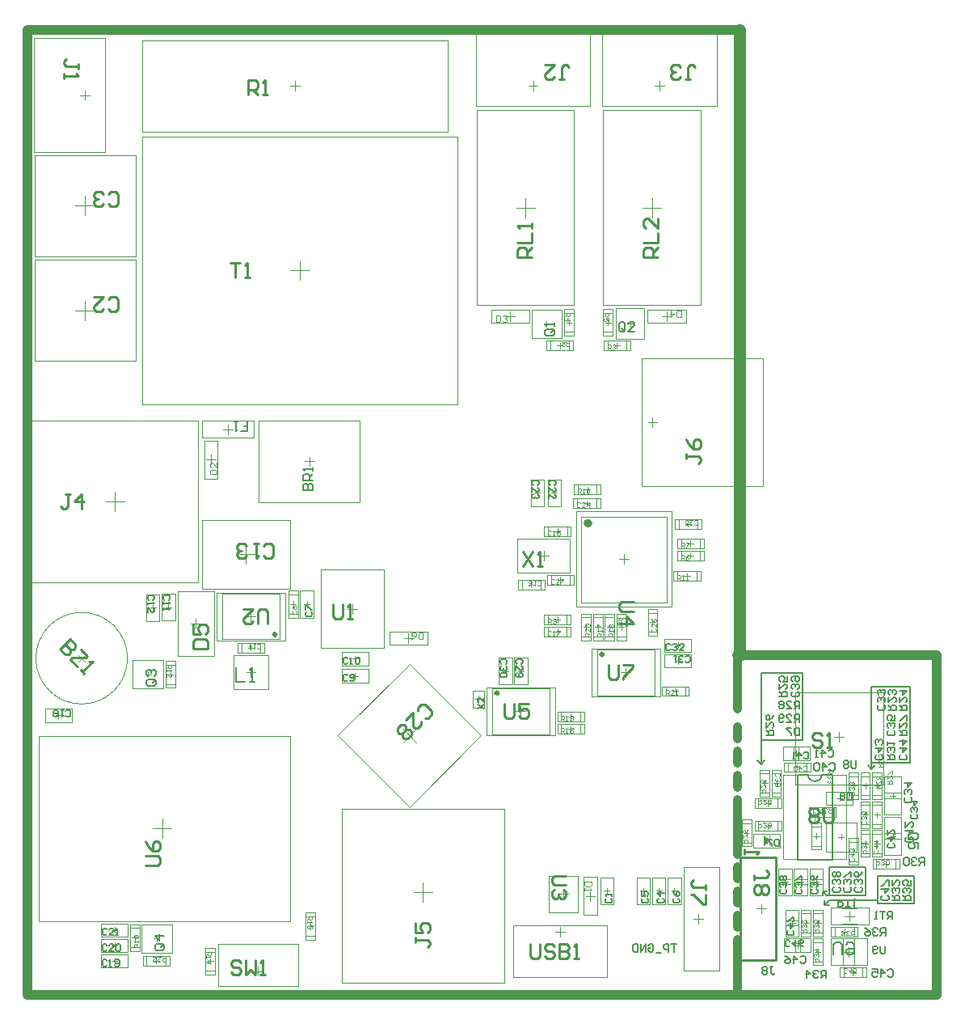
<source format=gbo>
G04*
G04 #@! TF.GenerationSoftware,Altium Limited,Altium Designer,22.7.1 (60)*
G04*
G04 Layer_Color=32896*
%FSLAX25Y25*%
%MOIN*%
G70*
G04*
G04 #@! TF.SameCoordinates,8F3D338C-3F21-4459-BB37-C929D6ECBF1C*
G04*
G04*
G04 #@! TF.FilePolarity,Positive*
G04*
G01*
G75*
%ADD10C,0.00787*%
%ADD11C,0.01968*%
%ADD12C,0.00500*%
%ADD14C,0.00394*%
%ADD15C,0.00984*%
%ADD16C,0.01575*%
%ADD17C,0.00591*%
%ADD18C,0.01000*%
%ADD20C,0.00866*%
%ADD21C,0.04000*%
%ADD22C,0.03500*%
%ADD23C,0.05000*%
G36*
X306004Y61000D02*
X303642Y63362D01*
Y58638D01*
X306004Y61000D01*
D02*
G37*
D10*
X321822Y88189D02*
G03*
X327390Y88189I2784J0D01*
G01*
X327390Y88189D02*
X331693D01*
X317520D02*
X321822D01*
X317520Y53149D02*
Y88189D01*
Y53149D02*
X331693D01*
Y88189D01*
X267421Y18337D02*
X265322D01*
X266371D01*
Y15188D01*
X264272D02*
Y18337D01*
X262698D01*
X262173Y17812D01*
Y16762D01*
X262698Y16238D01*
X264272D01*
X261124Y14663D02*
X259025D01*
X255876Y17812D02*
X256401Y18337D01*
X257451D01*
X257975Y17812D01*
Y15713D01*
X257451Y15188D01*
X256401D01*
X255876Y15713D01*
Y16762D01*
X256926D01*
X254827Y15188D02*
Y18337D01*
X252728Y15188D01*
Y18337D01*
X251678D02*
Y15188D01*
X250104D01*
X249579Y15713D01*
Y17812D01*
X250104Y18337D01*
X251678D01*
X113682Y205494D02*
X117618D01*
Y207462D01*
X116962Y208118D01*
X116306D01*
X115650Y207462D01*
Y205494D01*
Y207462D01*
X114994Y208118D01*
X114338D01*
X113682Y207462D01*
Y205494D01*
X117618Y209430D02*
X113682D01*
Y211398D01*
X114338Y212054D01*
X115650D01*
X116306Y211398D01*
Y209430D01*
Y210742D02*
X117618Y212054D01*
Y213366D02*
Y214677D01*
Y214021D01*
X113682D01*
X114338Y213366D01*
X87829Y229708D02*
X90453D01*
Y231676D01*
X89141D01*
X90453D01*
Y233644D01*
X86517D02*
X85205D01*
X85861D01*
Y229708D01*
X86517Y230364D01*
X85720Y132485D02*
Y126582D01*
X89655D01*
X91623D02*
X93591D01*
X92607D01*
Y132485D01*
X91623Y131501D01*
X52134Y127434D02*
X49510D01*
X48855Y126778D01*
Y125466D01*
X49510Y124810D01*
X52134D01*
X52790Y125466D01*
Y126778D01*
X51478Y126122D02*
X52790Y127434D01*
Y126778D02*
X52134Y127434D01*
X49510Y128746D02*
X48855Y129402D01*
Y130714D01*
X49510Y131370D01*
X50166D01*
X50822Y130714D01*
Y130058D01*
Y130714D01*
X51478Y131370D01*
X52134D01*
X52790Y130714D01*
Y129402D01*
X52134Y128746D01*
X246325Y271504D02*
Y274128D01*
X245669Y274784D01*
X244357D01*
X243701Y274128D01*
Y271504D01*
X244357Y270848D01*
X245669D01*
X245013Y272160D02*
X246325Y270848D01*
X245669D02*
X246325Y271504D01*
X250260Y270848D02*
X247637D01*
X250260Y273472D01*
Y274128D01*
X249605Y274784D01*
X248293D01*
X247637Y274128D01*
X216490Y271897D02*
X213866D01*
X213210Y271241D01*
Y269930D01*
X213866Y269274D01*
X216490D01*
X217146Y269930D01*
Y271241D01*
X215834Y270585D02*
X217146Y271897D01*
Y271241D02*
X216490Y271897D01*
X217146Y273209D02*
Y274521D01*
Y273865D01*
X213210D01*
X213866Y273209D01*
X55643Y18542D02*
X53019D01*
X52364Y17886D01*
Y16574D01*
X53019Y15918D01*
X55643D01*
X56299Y16574D01*
Y17886D01*
X54987Y17230D02*
X56299Y18542D01*
Y17886D02*
X55643Y18542D01*
X56299Y21822D02*
X52364D01*
X54331Y19854D01*
Y22478D01*
X363943Y61589D02*
X366567D01*
X367223Y62245D01*
Y63557D01*
X366567Y64213D01*
X363943D01*
X363287Y63557D01*
Y62245D01*
X364599Y62901D02*
X363287Y61589D01*
Y62245D02*
X363943Y61589D01*
X367223Y57653D02*
Y60277D01*
X365255D01*
X365911Y58965D01*
Y58309D01*
X365255Y57653D01*
X363943D01*
X363287Y58309D01*
Y59621D01*
X363943Y60277D01*
X332283Y13969D02*
Y18233D01*
X333136Y19085D01*
X334842D01*
X335694Y18233D01*
Y13969D01*
X337400Y18233D02*
X338253Y19085D01*
X339958D01*
X340811Y18233D01*
Y14821D01*
X339958Y13969D01*
X338253D01*
X337400Y14821D01*
Y15674D01*
X338253Y16527D01*
X340811D01*
D11*
X231791Y191831D02*
G03*
X231791Y191831I-787J0D01*
G01*
D12*
X302500Y92500D02*
X304000Y94000D01*
X302500Y92500D02*
Y97500D01*
Y102500D01*
X301000Y94000D02*
X302500Y92500D01*
X301000Y94000D02*
X302500Y92500D01*
Y130000D02*
X319500D01*
X302500Y102500D02*
Y130000D01*
Y102500D02*
X319500D01*
Y130000D01*
X348000Y90500D02*
X349500Y92000D01*
X346500D02*
X348000Y90500D01*
X346500Y92000D02*
X348000Y90500D01*
Y93000D01*
Y124500D01*
Y93000D02*
X364000D01*
Y124500D01*
X348000D02*
X364000D01*
X328500Y34500D02*
X330500D01*
X328500D02*
Y36500D01*
Y34500D02*
Y36500D01*
Y34500D02*
X330500Y36500D01*
X350500D01*
X328000Y40000D02*
X329500D01*
X328000Y38500D02*
Y40000D01*
Y38500D02*
Y40000D01*
X329500Y38500D01*
X330500D01*
Y50000D02*
X345500D01*
Y38500D02*
Y50000D01*
X330500Y38500D02*
X345500D01*
X330500D02*
Y50000D01*
X350500Y35000D02*
Y46500D01*
Y35000D02*
X365500D01*
Y46500D01*
X350500D02*
X365500D01*
D14*
X298416Y58688D02*
Y69712D01*
X294479D02*
X298416D01*
X294479Y58688D02*
Y69712D01*
Y58688D02*
X298416D01*
X306004Y59031D02*
Y62968D01*
X299696Y65032D02*
Y68969D01*
X310719D01*
Y65032D02*
Y68969D01*
X299696Y65032D02*
X310719D01*
X299696Y74401D02*
Y78338D01*
X310719D01*
Y74401D02*
Y78338D01*
X299696Y74401D02*
X310719D01*
X301894Y79233D02*
X305831D01*
X301894D02*
Y90256D01*
X305831D01*
Y79233D02*
Y90256D01*
X306726D02*
X310663D01*
Y79233D02*
Y90256D01*
X306726Y79233D02*
X310663D01*
X306726D02*
Y90256D01*
X322835Y89337D02*
Y93274D01*
X311811Y89337D02*
X322835D01*
X311811D02*
Y93274D01*
X322835D01*
X315945Y94562D02*
Y99287D01*
X317913Y94562D02*
Y99287D01*
X348327Y54304D02*
X352264D01*
X348327D02*
Y65328D01*
X352264D01*
Y54304D02*
Y65328D01*
X343406Y66222D02*
X347343D01*
X343406D02*
Y77246D01*
X347343D01*
Y66222D02*
Y77246D01*
X348237Y66222D02*
X352174D01*
X348237D02*
Y77246D01*
X352174D01*
Y66222D02*
Y77246D01*
X338550Y78141D02*
X342487D01*
X338550D02*
Y89164D01*
X342487D01*
Y78141D02*
Y89164D01*
X343406Y78141D02*
X347343D01*
X343406D02*
Y89164D01*
X347343D01*
Y78141D02*
Y89164D01*
X348237Y89173D02*
X352174D01*
Y78149D02*
Y89173D01*
X348237Y78149D02*
X352174D01*
X348237D02*
Y89173D01*
X338574Y50985D02*
X342511D01*
X338574D02*
Y62008D01*
X342511D01*
Y50985D02*
Y62008D01*
X343406Y54304D02*
X347343D01*
X343406D02*
Y65328D01*
X347343D01*
Y54304D02*
Y65328D01*
X353565Y80718D02*
X359864D01*
X353565Y78355D02*
X359864D01*
X353654Y64075D02*
X359954D01*
X353654Y61712D02*
X359954D01*
X348425Y49472D02*
Y53409D01*
X359448D01*
Y49472D02*
Y53409D01*
X348425Y49472D02*
X359448D01*
X309950Y45079D02*
X314674D01*
X309950Y43110D02*
X314674D01*
X316356Y45079D02*
X321081D01*
X316356Y43110D02*
X321081D01*
X322763Y45079D02*
X327487D01*
X322763Y43110D02*
X327487D01*
X312894Y28051D02*
X317618D01*
X312894Y26083D02*
X317618D01*
X318907Y21555D02*
X322844D01*
X318907D02*
Y32578D01*
X322844D01*
Y21555D02*
Y32578D01*
X323926Y21555D02*
X327863D01*
X323926D02*
Y32578D01*
X327863D01*
Y21555D02*
Y32578D01*
X318406Y15542D02*
Y20266D01*
X316437Y15542D02*
Y20266D01*
X323828Y9636D02*
X327765D01*
X323828D02*
Y20660D01*
X327765D01*
Y9636D02*
Y20660D01*
X342323Y21555D02*
Y25492D01*
X331299Y21555D02*
X342323D01*
X331299D02*
Y25492D01*
X342323D01*
X335963Y33079D02*
X341868D01*
X335963Y26780D02*
X341868D01*
X336220Y9636D02*
X340945D01*
Y20660D01*
X336220D02*
X340945D01*
X336220Y9636D02*
Y20660D01*
X334843Y4748D02*
Y8685D01*
X345866D01*
Y4748D02*
Y8685D01*
X334843Y4748D02*
X345866D01*
X263198Y124606D02*
X271072D01*
X263198Y120669D02*
X271072D01*
Y124606D01*
X263198Y120669D02*
Y124606D01*
X219963Y113969D02*
X227837D01*
X219963Y110032D02*
X227837D01*
Y113969D01*
X219963Y110032D02*
Y113969D01*
Y108968D02*
X227837D01*
X219963Y105031D02*
X227837D01*
Y108968D01*
X219963Y105031D02*
Y108968D01*
X215739Y170468D02*
X223613D01*
X215739Y166531D02*
X223613D01*
Y170468D01*
X215739Y166531D02*
Y170468D01*
X269390Y181535D02*
Y185473D01*
X277264Y181535D02*
Y185473D01*
X269390Y181535D02*
X277264D01*
X269390Y185473D02*
X277264D01*
X269390Y176535D02*
Y180472D01*
X277264Y176535D02*
Y180472D01*
X269390Y176535D02*
X277264D01*
X269390Y180472D02*
X277264D01*
X80208Y143978D02*
Y162876D01*
X103830Y143978D02*
Y162876D01*
X80208D02*
X103830D01*
X80208Y143978D02*
X103830D01*
X107457Y154501D02*
X111394D01*
X107457Y162375D02*
X111394D01*
Y154501D02*
Y162375D01*
X107457Y154501D02*
Y162375D01*
X95956Y138500D02*
Y142437D01*
X88082Y138500D02*
Y142437D01*
X95956D01*
X88082Y138500D02*
X95956D01*
X56845Y133472D02*
X60782D01*
X56845Y125598D02*
X60782D01*
X56845D02*
Y133472D01*
X60782Y125598D02*
Y133472D01*
X215131Y104921D02*
Y123819D01*
X191509Y104921D02*
Y123819D01*
Y104921D02*
X215131D01*
X191509Y123819D02*
X215131D01*
X226763Y207668D02*
X234637D01*
X226763Y203731D02*
X234637D01*
Y207668D01*
X226763Y203731D02*
Y207668D01*
X226574Y198031D02*
Y201969D01*
X234448Y198031D02*
Y201969D01*
X226574Y198031D02*
X234448D01*
X226574Y201969D02*
X234448D01*
X263686Y159162D02*
Y194604D01*
X228241Y159162D02*
Y194604D01*
Y159162D02*
X263686D01*
X228241Y194604D02*
X263686D01*
X214563Y186538D02*
Y190474D01*
X222437Y186538D02*
Y190474D01*
X214563Y186538D02*
X222437D01*
X214563Y190474D02*
X222437D01*
X203713Y164526D02*
X211587D01*
X203713Y168463D02*
X211587D01*
X203713Y164526D02*
Y168463D01*
X211587Y164526D02*
Y168463D01*
X214476Y153987D02*
X222350D01*
X214476Y150050D02*
X222350D01*
Y153987D01*
X214476Y150050D02*
Y153987D01*
Y145219D02*
Y149155D01*
X222350Y145219D02*
Y149155D01*
X214476Y145219D02*
X222350D01*
X214476Y149155D02*
X222350D01*
X237983Y145079D02*
Y152953D01*
X241920Y145079D02*
Y152953D01*
X237983D02*
X241920D01*
X237983Y145079D02*
X241920D01*
X233152D02*
Y152953D01*
X237089Y145079D02*
Y152953D01*
X233152D02*
X237089D01*
X233152Y145079D02*
X237089D01*
X228320D02*
Y152953D01*
X232257Y145079D02*
Y152953D01*
X228320D02*
X232257D01*
X228320Y145079D02*
X232257D01*
X246752Y145063D02*
Y152937D01*
X242815Y145063D02*
Y152937D01*
Y145063D02*
X246752D01*
X242815Y152937D02*
X246752D01*
X258366Y120857D02*
Y139755D01*
X234744Y120857D02*
Y139755D01*
Y120857D02*
X258366D01*
X234744Y139755D02*
X258366D01*
X255709Y147038D02*
X259646D01*
X255709Y154912D02*
X259646D01*
Y147038D02*
Y154912D01*
X255709Y147038D02*
Y154912D01*
X267922Y172047D02*
X275796D01*
X267922Y168110D02*
X275796D01*
Y172047D01*
X267922Y168110D02*
Y172047D01*
X276287Y189532D02*
Y193469D01*
X268413Y189532D02*
Y193469D01*
X276287D01*
X268413Y189532D02*
X276287D01*
X239063Y263064D02*
Y267001D01*
X246937Y263064D02*
Y267001D01*
X239063Y263064D02*
X246937D01*
X239063Y267001D02*
X246937D01*
X237294Y278526D02*
X241231D01*
X237294Y270652D02*
X241231D01*
X237294D02*
Y278526D01*
X241231Y270652D02*
Y278526D01*
X221190D02*
X225127D01*
X221190Y270652D02*
X225127D01*
X221190D02*
Y278526D01*
X225127Y270652D02*
Y278526D01*
X223326Y263064D02*
Y267001D01*
X215452Y263064D02*
Y267001D01*
X223326D01*
X215452Y263064D02*
X223326D01*
X42135Y17126D02*
Y25000D01*
X46072Y17126D02*
Y25000D01*
X42135D02*
X46072D01*
X42135Y17126D02*
X46072D01*
X49016Y9512D02*
X56890D01*
X49016Y13449D02*
X56890D01*
X49016Y9512D02*
Y13449D01*
X56890Y9512D02*
Y13449D01*
X77165Y7382D02*
Y15256D01*
X73228Y7382D02*
Y15256D01*
Y7382D02*
X77165D01*
X73228Y15256D02*
X77165D01*
X118602Y21850D02*
Y29724D01*
X114665Y21850D02*
Y29724D01*
Y21850D02*
X118602D01*
X114665Y29724D02*
X118602D01*
X323232Y66737D02*
X327168D01*
X323232Y58863D02*
X327168D01*
X323232D02*
Y66737D01*
X327168Y58863D02*
Y66737D01*
X323713Y70912D02*
X331587D01*
X323713Y74849D02*
X331587D01*
X323713Y70912D02*
Y74849D01*
X331587Y70912D02*
Y74849D01*
X298416Y60263D02*
Y68137D01*
X294479Y60263D02*
Y68137D01*
X298416D01*
X294479Y60263D02*
X298416D01*
X301271Y65032D02*
Y68969D01*
X309145Y65032D02*
Y68969D01*
X301271D02*
X309145D01*
X301271Y65032D02*
X309145D01*
X301271Y74401D02*
Y78338D01*
X309145Y74401D02*
Y78338D01*
X301271D02*
X309145D01*
X301271Y74401D02*
X309145D01*
X301894Y80808D02*
X305831D01*
X301894Y88682D02*
X305831D01*
X301894Y80808D02*
Y88682D01*
X305831Y80808D02*
Y88682D01*
X306726Y80808D02*
Y88682D01*
X310663Y80808D02*
Y88682D01*
X306726Y80808D02*
X310663D01*
X306726Y88682D02*
X310663D01*
X313386Y93274D02*
X321260D01*
X313386Y89337D02*
X321260D01*
X313386D02*
Y93274D01*
X321260Y89337D02*
Y93274D01*
X352264Y55879D02*
Y63753D01*
X348327Y55879D02*
Y63753D01*
X352264D01*
X348327Y55879D02*
X352264D01*
X347343Y67797D02*
Y75671D01*
X343406Y67797D02*
Y75671D01*
X347343D01*
X343406Y67797D02*
X347343D01*
X348237D02*
X352174D01*
X348237Y75671D02*
X352174D01*
X348237Y67797D02*
Y75671D01*
X352174Y67797D02*
Y75671D01*
X342487Y79716D02*
Y87590D01*
X338550Y79716D02*
Y87590D01*
X342487D01*
X338550Y79716D02*
X342487D01*
X343406D02*
X347343D01*
X343406Y87590D02*
X347343D01*
X343406Y79716D02*
Y87590D01*
X347343Y79716D02*
Y87590D01*
X348237Y87598D02*
X352174D01*
X348237Y79724D02*
X352174D01*
Y87598D01*
X348237Y79724D02*
Y87598D01*
X342511Y52560D02*
Y60434D01*
X338574Y52560D02*
Y60434D01*
X342511D01*
X338574Y52560D02*
X342511D01*
X343406Y55879D02*
X347343D01*
X343406Y63753D02*
X347343D01*
X343406Y55879D02*
Y63753D01*
X347343Y55879D02*
Y63753D01*
X350000Y49472D02*
Y53409D01*
X357874Y49472D02*
Y53409D01*
X350000D02*
X357874D01*
X350000Y49472D02*
X357874D01*
X318907Y23130D02*
X322844D01*
X318907Y31004D02*
X322844D01*
X318907Y23130D02*
Y31004D01*
X322844Y23130D02*
Y31004D01*
X323926Y23130D02*
X327863D01*
X323926Y31004D02*
X327863D01*
X323926Y23130D02*
Y31004D01*
X327863Y23130D02*
Y31004D01*
X323828Y11211D02*
X327765D01*
X323828Y19085D02*
X327765D01*
X323828Y11211D02*
Y19085D01*
X327765Y11211D02*
Y19085D01*
X340748Y21555D02*
Y25492D01*
X332874Y21555D02*
Y25492D01*
Y21555D02*
X340748D01*
X332874Y25492D02*
X340748D01*
X336417Y4748D02*
X344291D01*
X336417Y8685D02*
X344291D01*
Y4748D02*
Y8685D01*
X336417Y4748D02*
Y8685D01*
X41106Y136203D02*
G03*
X41106Y136203I-18898J0D01*
G01*
X316535Y84153D02*
Y121949D01*
Y84153D02*
X352756D01*
Y121949D01*
X316535D02*
X352756D01*
X332677Y103839D02*
X336614D01*
X334646Y101870D02*
Y105807D01*
X108150Y27836D02*
Y104215D01*
X4606D02*
X108150D01*
X4606Y27836D02*
X108150D01*
X4606D02*
Y104215D01*
X51457Y66026D02*
X59331D01*
X55394Y62089D02*
Y69963D01*
X236811Y363780D02*
X284055D01*
X236811D02*
Y393307D01*
X284055D01*
Y363780D02*
Y393307D01*
X258465Y372047D02*
X262402D01*
X260433Y370079D02*
Y374016D01*
X184744Y363780D02*
X231988D01*
X184744D02*
Y393307D01*
X231988D01*
Y363780D02*
Y393307D01*
X206398Y372047D02*
X210335D01*
X208366Y370079D02*
Y374016D01*
X261623Y124606D02*
X272647D01*
Y120669D02*
Y124606D01*
X261623Y120669D02*
X272647D01*
X261623D02*
Y124606D01*
X267135Y121457D02*
Y123819D01*
X265954Y122638D02*
X268316D01*
X268135Y140319D02*
Y142681D01*
X266954Y141500D02*
X269316D01*
X262623Y144256D02*
X273647D01*
Y138744D02*
Y144256D01*
X262623Y138744D02*
X273647D01*
X262623D02*
Y144256D01*
X268135Y133912D02*
Y136275D01*
X266954Y135093D02*
X269316D01*
X262623Y132338D02*
X273647D01*
X262623D02*
Y137849D01*
X273647D01*
Y132338D02*
Y137849D01*
X218388Y113969D02*
X229412D01*
Y110032D02*
Y113969D01*
X218388Y110032D02*
X229412D01*
X218388D02*
Y113969D01*
X223900Y110819D02*
Y113181D01*
X222719Y112000D02*
X225081D01*
X218388Y108968D02*
X229412D01*
Y105031D02*
Y108968D01*
X218388Y105031D02*
X229412D01*
X218388D02*
Y108968D01*
X223900Y105819D02*
Y108181D01*
X222719Y107000D02*
X225081D01*
X270571Y50000D02*
X285138D01*
X270571Y7480D02*
Y50000D01*
Y7480D02*
X285138D01*
Y50000D01*
X276476Y26772D02*
Y30709D01*
X274508Y28740D02*
X278445D01*
X159055Y39764D02*
X166929D01*
X162992Y35827D02*
Y43701D01*
X129528Y2362D02*
Y16142D01*
Y2362D02*
X196457D01*
Y74016D01*
X129528D02*
X196457D01*
X129528Y16142D02*
Y74016D01*
X212900Y176532D02*
X212900Y180468D01*
X210931Y178500D02*
X214868Y178500D01*
X201876Y171414D02*
Y185587D01*
Y171414D02*
X223530D01*
Y185587D01*
X201876D02*
X223530D01*
X218495Y168500D02*
X220857D01*
X219676Y167319D02*
Y169681D01*
X214164Y166531D02*
Y170468D01*
Y166531D02*
X225188D01*
Y170468D01*
X214164D02*
X225188D01*
X129488Y133244D02*
Y138756D01*
Y133244D02*
X140512D01*
Y138756D01*
X129488D02*
X140512D01*
X133819Y136000D02*
X136181D01*
X135000Y134819D02*
Y137181D01*
X129488Y126157D02*
Y131669D01*
Y126157D02*
X140512D01*
Y131669D01*
X129488D02*
X140512D01*
X133819Y128913D02*
X136181D01*
X135000Y127732D02*
Y130095D01*
X20817Y134811D02*
X23600Y137595D01*
X20817Y137595D02*
X23600Y134811D01*
X272146Y183504D02*
X274508D01*
X273327Y182323D02*
Y184685D01*
X267815Y181535D02*
Y185473D01*
Y181535D02*
X278839D01*
Y185473D01*
X267815D02*
X278839D01*
X272146Y178504D02*
X274508D01*
X273327Y177323D02*
Y179685D01*
X267815Y176535D02*
Y180472D01*
Y176535D02*
X278839D01*
Y180472D01*
X267815D02*
X278839D01*
X95177Y200376D02*
Y234234D01*
X136909D01*
Y200376D02*
Y234234D01*
X95177Y200376D02*
X136909D01*
X116043Y215336D02*
Y219273D01*
X114075Y217305D02*
X118012D01*
X82579Y228526D02*
Y232463D01*
X80610Y230494D02*
X84547D01*
X87697Y226951D02*
X93209D01*
Y234037D01*
X71949D02*
X93209D01*
X71949Y226951D02*
Y234037D01*
Y226951D02*
X87697D01*
X72835Y216437D02*
Y225886D01*
X78346D01*
Y210138D02*
Y225886D01*
X72835Y210138D02*
X78346D01*
X72835D02*
Y216437D01*
X75591Y216043D02*
Y219980D01*
X73622Y218012D02*
X77559D01*
X61793Y137106D02*
Y163878D01*
Y137106D02*
X76754D01*
Y163878D01*
X61793D02*
X76754D01*
X69274Y148524D02*
Y152461D01*
X67305Y150492D02*
X71242D01*
X56765Y157194D02*
X59127D01*
X57946Y156013D02*
Y158375D01*
X60702Y151682D02*
Y162706D01*
X55190Y151682D02*
X60702D01*
X55190D02*
Y162706D01*
X60702D01*
X50358Y157087D02*
X52720D01*
X51539Y155905D02*
Y158268D01*
X54295Y151575D02*
Y162598D01*
X48783Y151575D02*
X54295D01*
X48783D02*
Y162598D01*
X54295D01*
X84932Y137605D02*
X99105D01*
Y123432D02*
Y137605D01*
X84932Y123432D02*
X99105D01*
X84932D02*
Y137605D01*
X92019Y128550D02*
Y132487D01*
X90050Y130519D02*
X93987D01*
X86015Y179018D02*
X93889D01*
X89952Y175081D02*
Y182955D01*
X108062Y164845D02*
Y193191D01*
X71842D02*
X108062D01*
X71842Y164845D02*
Y193191D01*
Y164845D02*
X108062D01*
X90050Y153427D02*
X93987D01*
X92019Y151459D02*
Y155396D01*
X77845Y143585D02*
X106192D01*
Y152640D01*
Y163270D01*
X77845D02*
X106192D01*
X77845Y143585D02*
Y163270D01*
X149126Y141744D02*
X158575D01*
X149126D02*
Y147256D01*
X164874D01*
Y141744D02*
Y147256D01*
X158575Y141744D02*
X164874D01*
X155031Y144500D02*
X158968D01*
X157000Y142532D02*
Y146468D01*
X120973Y140426D02*
Y172710D01*
Y140426D02*
X146958D01*
Y172710D01*
X120973D02*
X146958D01*
X131997Y156568D02*
X135934D01*
X133966Y154599D02*
Y158536D01*
X113919Y158438D02*
X116281D01*
X115100Y157257D02*
Y159619D01*
X112345Y152926D02*
Y163950D01*
X117856D01*
Y152926D02*
Y163950D01*
X112345Y152926D02*
X117856D01*
X107457D02*
Y163950D01*
X111394D01*
Y152926D02*
Y163950D01*
X107457Y152926D02*
X111394D01*
X108244Y158438D02*
X110606D01*
X109425Y157257D02*
Y159619D01*
X86507Y138500D02*
X97531D01*
X86507D02*
Y142437D01*
X97531D01*
Y138500D02*
Y142437D01*
X92019Y139287D02*
Y141649D01*
X90838Y140469D02*
X93200D01*
X58814Y128354D02*
Y130716D01*
X57633Y129535D02*
X59995D01*
X56845Y135046D02*
X60782D01*
X56845Y124023D02*
Y135046D01*
Y124023D02*
X60782D01*
Y135046D01*
X43341Y123629D02*
Y135440D01*
X55940D01*
Y123629D02*
Y135440D01*
X43341Y123629D02*
X55940D01*
X49641Y128354D02*
Y130716D01*
X48460Y129535D02*
X50822D01*
X18110Y109914D02*
Y115426D01*
X7087D02*
X18110D01*
X7087Y109914D02*
Y115426D01*
Y109914D02*
X18110D01*
X11417Y112670D02*
X13780D01*
X12598Y111489D02*
Y113851D01*
X154696Y107115D02*
X160264Y101547D01*
X154696D02*
X160264Y107115D01*
X157480Y74822D02*
X186989Y104331D01*
X127971D02*
X157480Y74822D01*
X127971Y104331D02*
X157480Y133840D01*
X186989Y104331D01*
X183537Y115748D02*
X188261D01*
Y122835D01*
X183537D02*
X188261D01*
X183537Y115748D02*
Y122835D01*
X185899Y117717D02*
Y120866D01*
X184324Y119291D02*
X187474D01*
X201352Y114370D02*
X205289D01*
X203320Y112401D02*
Y116339D01*
X189147Y124213D02*
X217493D01*
X189147Y115157D02*
Y124213D01*
Y104527D02*
Y115157D01*
Y104527D02*
X217493D01*
Y124213D01*
X202264Y130816D02*
X204626D01*
X203445Y129635D02*
Y131997D01*
X206201Y125304D02*
Y136328D01*
X200689Y125304D02*
X206201D01*
X200689D02*
Y136328D01*
X206201D01*
X195857Y130816D02*
X198219D01*
X197038Y129635D02*
Y131997D01*
X199794Y125304D02*
Y136328D01*
X194282Y125304D02*
X199794D01*
X194282D02*
Y136328D01*
X199794D01*
X225188Y207668D02*
X236212D01*
Y203731D02*
Y207668D01*
X225188Y203731D02*
X236212D01*
X225188D02*
Y207668D01*
X230700Y204519D02*
Y206881D01*
X229519Y205700D02*
X231881D01*
X225000Y201969D02*
X236023D01*
Y198031D02*
Y201969D01*
X225000Y198031D02*
X236023D01*
X225000D02*
Y201969D01*
X230511Y198819D02*
Y201181D01*
X229330Y200000D02*
X231693D01*
X226083Y196752D02*
X265453D01*
X226083Y157382D02*
Y196752D01*
Y157382D02*
X265453D01*
Y196752D01*
X243799Y177067D02*
X247736D01*
X245768Y175098D02*
Y179035D01*
X215944Y204429D02*
X218306D01*
X217125Y203248D02*
Y205610D01*
X219881Y198917D02*
Y209941D01*
X214369Y198917D02*
X219881D01*
X214369D02*
Y209941D01*
X219881D01*
X208957Y204429D02*
X211319D01*
X210138Y203248D02*
Y205610D01*
X212894Y198917D02*
Y209941D01*
X207382Y198917D02*
X212894D01*
X207382D02*
Y209941D01*
X212894D01*
X212988Y190474D02*
X224012D01*
Y186538D02*
Y190474D01*
X212988Y186538D02*
X224012D01*
X212988D02*
Y190474D01*
X218500Y187325D02*
Y189687D01*
X217319Y188506D02*
X219681D01*
X206469Y166494D02*
X208831D01*
X207650Y165313D02*
Y167675D01*
X213162Y164526D02*
Y168463D01*
X202138D02*
X213162D01*
X202138Y164526D02*
Y168463D01*
Y164526D02*
X213162D01*
X212901Y153987D02*
X223925D01*
Y150050D02*
Y153987D01*
X212901Y150050D02*
X223925D01*
X212901D02*
Y153987D01*
X218413Y150838D02*
Y153200D01*
X217232Y152019D02*
X219595D01*
X212901Y149155D02*
X223925D01*
Y145219D02*
Y149155D01*
X212901Y145219D02*
X223925D01*
X212901D02*
Y149155D01*
X218413Y146006D02*
Y148368D01*
X217232Y147187D02*
X219595D01*
X237983Y143504D02*
Y154528D01*
X241920D01*
Y143504D02*
Y154528D01*
X237983Y143504D02*
X241920D01*
X238771Y149016D02*
X241133D01*
X239952Y147835D02*
Y150197D01*
X233152Y143504D02*
Y154528D01*
X237089D01*
Y143504D02*
Y154528D01*
X233152Y143504D02*
X237089D01*
X233939Y149016D02*
X236301D01*
X235120Y147835D02*
Y150197D01*
X228320Y143504D02*
Y154528D01*
X232257D01*
Y143504D02*
Y154528D01*
X228320Y143504D02*
X232257D01*
X229107Y149016D02*
X231469D01*
X230288Y147835D02*
Y150197D01*
X246752Y143488D02*
Y154512D01*
X242815Y143488D02*
X246752D01*
X242815D02*
Y154512D01*
X246752D01*
X243602Y149000D02*
X245965D01*
X244783Y147819D02*
Y150181D01*
X244587Y130306D02*
X248524D01*
X246555Y128338D02*
Y132275D01*
X232382Y140149D02*
X260728D01*
X232382Y131094D02*
Y140149D01*
Y120464D02*
Y131094D01*
Y120464D02*
X260728D01*
Y140149D01*
X255709Y145464D02*
Y156487D01*
X259646D01*
Y145464D02*
Y156487D01*
X255709Y145464D02*
X259646D01*
X256496Y150975D02*
X258858D01*
X257677Y149794D02*
Y152156D01*
X266347Y172047D02*
X277371D01*
Y168110D02*
Y172047D01*
X266347Y168110D02*
X277371D01*
X266347D02*
Y172047D01*
X271859Y168898D02*
Y171260D01*
X270678Y170079D02*
X273040D01*
X266838Y189532D02*
X277862D01*
X266838D02*
Y193469D01*
X277862D01*
Y189532D02*
Y193469D01*
X272350Y190319D02*
Y192681D01*
X271169Y191500D02*
X273531D01*
X242520Y280297D02*
X254331D01*
Y267699D02*
Y280297D01*
X242520Y267699D02*
X254331D01*
X242520D02*
Y280297D01*
X247244Y273998D02*
X249606D01*
X248425Y272817D02*
Y275179D01*
X253346Y211023D02*
Y259842D01*
X303346D01*
Y207086D02*
Y259842D01*
X253346Y207086D02*
X303346D01*
X253346D02*
Y211023D01*
X257677Y231496D02*
Y235433D01*
X255709Y233465D02*
X259646D01*
X241819Y265033D02*
X244181D01*
X243000Y263851D02*
Y266213D01*
X237488Y263064D02*
Y267001D01*
Y263064D02*
X248512D01*
Y267001D01*
X237488D02*
X248512D01*
X239263Y273407D02*
Y275769D01*
X238082Y274588D02*
X240444D01*
X237294Y280100D02*
X241231D01*
X237294Y269077D02*
Y280100D01*
Y269077D02*
X241231D01*
Y280100D01*
X263493Y275179D02*
Y279116D01*
X261525Y277148D02*
X265462D01*
X265068Y274392D02*
X271367D01*
Y279904D01*
X255619D02*
X271367D01*
X255619Y274392D02*
Y279904D01*
Y274392D02*
X265068D01*
X237264Y281723D02*
Y362038D01*
X277421D01*
Y281723D02*
Y362038D01*
X237264Y281723D02*
X277421D01*
X257382Y317905D02*
Y325779D01*
X253445Y321842D02*
X261319D01*
X185197Y281723D02*
Y362038D01*
X225354D01*
Y281723D02*
Y362038D01*
X185197Y281723D02*
X225354D01*
X205315Y317905D02*
Y325779D01*
X201378Y321842D02*
X209252D01*
X223158Y273408D02*
Y275770D01*
X221977Y274588D02*
X224340D01*
X221190Y280100D02*
X225127D01*
X221190Y269077D02*
Y280100D01*
Y269077D02*
X225127D01*
Y280100D01*
X218208Y265032D02*
X220570D01*
X219389Y263851D02*
Y266213D01*
X224901Y263064D02*
Y267001D01*
X213878D02*
X224901D01*
X213878Y263064D02*
Y267001D01*
Y263064D02*
X224901D01*
X207697Y268092D02*
Y279904D01*
X220295D01*
Y268092D02*
Y279904D01*
X207697Y268092D02*
X220295D01*
X213996Y272817D02*
Y275179D01*
X212815Y273998D02*
X215177D01*
X198928Y275179D02*
Y279116D01*
X196960Y277148D02*
X200897D01*
X191054Y279904D02*
X197353D01*
X191054Y274392D02*
Y279904D01*
Y274392D02*
X206802D01*
Y279904D01*
X197353D02*
X206802D01*
X112205Y292019D02*
Y299893D01*
X108268Y295956D02*
X116142D01*
X47244Y351074D02*
X177165D01*
Y240838D02*
Y351074D01*
X47244Y240838D02*
X177165D01*
X47244D02*
Y351074D01*
X110236Y370079D02*
Y374016D01*
X108268Y372047D02*
X112205D01*
X47244Y390945D02*
X67717D01*
X47244Y353150D02*
Y390945D01*
Y353150D02*
X173228D01*
Y390945D01*
X67717D02*
X173228D01*
X31890Y344646D02*
Y391890D01*
X2362Y344646D02*
X31890D01*
X2362D02*
Y391890D01*
X31890D01*
X23622Y366299D02*
Y370236D01*
X21654Y368268D02*
X25591D01*
X23622Y318751D02*
Y326625D01*
X19685Y322688D02*
X27559D01*
X2756Y301822D02*
X44488D01*
X2756D02*
Y343554D01*
X44488D01*
Y301822D02*
Y343554D01*
X23622Y275590D02*
Y283465D01*
X19685Y279528D02*
X27559D01*
X2756Y258661D02*
X44488D01*
X2756D02*
Y300394D01*
X44488D01*
Y258661D02*
Y300394D01*
X12357Y234234D02*
X70231D01*
Y167305D02*
Y234234D01*
X-1422Y167305D02*
X70231D01*
X-1422D02*
Y234234D01*
X12357D01*
X32042Y200770D02*
X39916D01*
X35979Y196833D02*
Y204707D01*
X35728Y23005D02*
Y25367D01*
X34547Y24186D02*
X36909D01*
X30217Y26942D02*
X41240D01*
Y21430D02*
Y26942D01*
X30217Y21430D02*
X41240D01*
X30217D02*
Y26942D01*
X35728Y16598D02*
Y18961D01*
X34547Y17779D02*
X36909D01*
X30217Y20535D02*
X41240D01*
Y15024D02*
Y20535D01*
X30217Y15024D02*
X41240D01*
X30217D02*
Y20535D01*
Y8617D02*
Y14129D01*
Y8617D02*
X41240D01*
Y14129D01*
X30217D02*
X41240D01*
X34547Y11373D02*
X36909D01*
X35728Y10192D02*
Y12554D01*
X42135Y15551D02*
Y26575D01*
X46072D01*
Y15551D02*
Y26575D01*
X42135Y15551D02*
X46072D01*
X42922Y21063D02*
X45284D01*
X44103Y19882D02*
Y22244D01*
X51969Y20643D02*
X54331D01*
X53150Y19462D02*
Y21824D01*
X46850Y14737D02*
X59449D01*
Y26548D01*
X46850D02*
X59449D01*
X46850Y14737D02*
Y26548D01*
X47441Y9512D02*
X58465D01*
X47441D02*
Y13449D01*
X58465D01*
Y9512D02*
Y13449D01*
X52953Y10299D02*
Y12661D01*
X51772Y11480D02*
X54134D01*
X77165Y5807D02*
Y16831D01*
X73228Y5807D02*
X77165D01*
X73228D02*
Y16831D01*
X77165D01*
X74016Y11319D02*
X76378D01*
X75197Y10138D02*
Y12500D01*
X94775Y5413D02*
Y8957D01*
X93003Y7185D02*
X96546D01*
X78436Y1280D02*
Y18406D01*
Y1280D02*
X111507D01*
Y18406D01*
X78436D02*
X111507D01*
X118602Y20275D02*
Y31299D01*
X114665Y20275D02*
X118602D01*
X114665D02*
Y31299D01*
X118602D01*
X115453Y25787D02*
X117815D01*
X116634Y24606D02*
Y26968D01*
X218799Y26083D02*
X238878D01*
Y4823D02*
Y26083D01*
X200295Y4823D02*
X238878D01*
X200295D02*
Y26083D01*
X218799D01*
X217618Y23327D02*
X221555D01*
X219587Y21358D02*
Y25295D01*
X218898Y38976D02*
X222835D01*
X220866Y37008D02*
Y40945D01*
X214961Y46457D02*
X226772D01*
X214961Y31496D02*
Y46457D01*
Y31496D02*
X226772D01*
Y46457D01*
X234753Y30315D02*
Y39764D01*
X229241Y30315D02*
X234753D01*
X229241D02*
Y46063D01*
X234753D01*
Y39764D02*
Y46063D01*
X231997Y36220D02*
Y40157D01*
X230029Y38189D02*
X233966D01*
X237598Y40354D02*
X239961D01*
X238780Y39173D02*
Y41535D01*
X236024Y34843D02*
Y45866D01*
X241535D01*
Y34843D02*
Y45866D01*
X236024Y34843D02*
X241535D01*
X252631Y40354D02*
X254993D01*
X253812Y39173D02*
Y41536D01*
X251056Y34843D02*
Y45866D01*
X256568D01*
Y34843D02*
Y45866D01*
X251056Y34843D02*
X256568D01*
X259037Y40354D02*
X261400D01*
X260218Y39173D02*
Y41536D01*
X257463Y34843D02*
Y45866D01*
X262974D01*
Y34843D02*
Y45866D01*
X257463Y34843D02*
X262974D01*
X265444Y40354D02*
X267806D01*
X266625Y39173D02*
Y41536D01*
X263869Y34843D02*
Y45866D01*
X269381D01*
Y34843D02*
Y45866D01*
X263869Y34843D02*
X269381D01*
X325200Y61619D02*
Y63981D01*
X324019Y62800D02*
X326381D01*
X323232Y68312D02*
X327168D01*
X323232Y57288D02*
Y68312D01*
Y57288D02*
X327168D01*
Y68312D01*
X341754Y56595D02*
Y68406D01*
X329155Y56595D02*
X341754D01*
X329155D02*
Y68406D01*
X341754D01*
X335454Y61319D02*
Y63681D01*
X334273Y62500D02*
X336635D01*
X322138Y70912D02*
X333162D01*
X322138D02*
Y74849D01*
X333162D01*
Y70912D02*
Y74849D01*
X327650Y71700D02*
Y74062D01*
X326469Y72881D02*
X328831D01*
X334800Y77319D02*
Y79681D01*
X333619Y78500D02*
X335981D01*
X329288Y75744D02*
X340312D01*
X329288D02*
Y81256D01*
X340312D01*
Y75744D02*
Y81256D01*
X293799Y54232D02*
X308366D01*
Y11713D02*
Y54232D01*
X293799Y11713D02*
X308366D01*
X293799D02*
Y54232D01*
X302461Y31004D02*
Y34941D01*
X300492Y32972D02*
X304429D01*
X298416Y58688D02*
Y69712D01*
X294479D02*
X298416D01*
X294479Y58688D02*
Y69712D01*
Y58688D02*
X298416D01*
X295267Y64200D02*
X297629D01*
X296448Y63019D02*
Y65381D01*
X310335Y58244D02*
Y63756D01*
X299311Y58244D02*
X310335D01*
X299311D02*
Y63756D01*
X310335D01*
X303642Y61000D02*
X306004D01*
X304823Y59819D02*
Y62181D01*
X304027Y67000D02*
X306389D01*
X305208Y65819D02*
Y68181D01*
X299696Y65032D02*
Y68969D01*
X310719D01*
Y65032D02*
Y68969D01*
X299696Y65032D02*
X310719D01*
X304027Y76370D02*
X306389D01*
X305208Y75188D02*
Y77551D01*
X299696Y74401D02*
Y78338D01*
X310719D01*
Y74401D02*
Y78338D01*
X299696Y74401D02*
X310719D01*
X303863Y83563D02*
Y85926D01*
X302682Y84745D02*
X305044D01*
X301894Y79233D02*
X305831D01*
X301894D02*
Y90256D01*
X305831D01*
Y79233D02*
Y90256D01*
X308695Y83563D02*
Y85926D01*
X307514Y84745D02*
X309876D01*
X306726Y90256D02*
X310663D01*
Y79233D02*
Y90256D01*
X306726Y79233D02*
X310663D01*
X306726D02*
Y90256D01*
X316142Y91305D02*
X318504D01*
X317323Y90124D02*
Y92487D01*
X322835Y89337D02*
Y93274D01*
X311811Y89337D02*
X322835D01*
X311811D02*
Y93274D01*
X322835D01*
X337598Y53543D02*
Y88189D01*
X311614Y53543D02*
X337598D01*
X311614D02*
Y88189D01*
X337598D01*
X322638Y70866D02*
X326575D01*
X324606Y68898D02*
Y72835D01*
X322441Y94169D02*
Y99680D01*
X311417Y94169D02*
X322441D01*
X311417D02*
Y99680D01*
X322441D01*
X315748Y96925D02*
X318110D01*
X316929Y95743D02*
Y98106D01*
X350295Y58635D02*
Y60997D01*
X349114Y59816D02*
X351476D01*
X348327Y54304D02*
X352264D01*
X348327D02*
Y65328D01*
X352264D01*
Y54304D02*
Y65328D01*
X345374Y70553D02*
Y72915D01*
X344193Y71734D02*
X346555D01*
X343406Y66222D02*
X347343D01*
X343406D02*
Y77246D01*
X347343D01*
Y66222D02*
Y77246D01*
X350206Y70553D02*
Y72915D01*
X349025Y71734D02*
X351387D01*
X348237Y66222D02*
X352174D01*
X348237D02*
Y77246D01*
X352174D01*
Y66222D02*
Y77246D01*
X340518Y82471D02*
Y84834D01*
X339337Y83653D02*
X341699D01*
X338550Y78141D02*
X342487D01*
X338550D02*
Y89164D01*
X342487D01*
Y78141D02*
Y89164D01*
X345374Y82471D02*
Y84834D01*
X344193Y83653D02*
X346555D01*
X343406Y78141D02*
X347343D01*
X343406D02*
Y89164D01*
X347343D01*
Y78141D02*
Y89164D01*
X350206Y82480D02*
Y84843D01*
X349025Y83661D02*
X351387D01*
X348237Y89173D02*
X352174D01*
Y78149D02*
Y89173D01*
X348237Y78149D02*
X352174D01*
X348237D02*
Y89173D01*
X340542Y55315D02*
Y57678D01*
X339361Y56497D02*
X341723D01*
X338574Y50985D02*
X342511D01*
X338574D02*
Y62008D01*
X342511D01*
Y50985D02*
Y62008D01*
X345374Y58635D02*
Y60997D01*
X344193Y59816D02*
X346555D01*
X343406Y54304D02*
X347343D01*
X343406D02*
Y65328D01*
X347343D01*
Y54304D02*
Y65328D01*
X353171Y71662D02*
X360258D01*
X353171D02*
Y87411D01*
X360258D01*
Y71662D02*
Y87411D01*
X356714Y78355D02*
Y80718D01*
X355533Y79536D02*
X357895D01*
X353261Y55020D02*
X360347D01*
X353261D02*
Y70768D01*
X360347D01*
Y55020D02*
Y70768D01*
X356804Y61712D02*
Y64075D01*
X355623Y62894D02*
X357985D01*
X352756Y51441D02*
X355118D01*
X353937Y50260D02*
Y52622D01*
X348425Y49472D02*
Y53409D01*
X359448D01*
Y49472D02*
Y53409D01*
X348425Y49472D02*
X359448D01*
X309556Y38583D02*
X315068D01*
X309556D02*
Y49606D01*
X315068D01*
Y38583D02*
Y49606D01*
X312312Y42913D02*
Y45276D01*
X311131Y44094D02*
X313493D01*
X315963Y38583D02*
X321474D01*
X315963D02*
Y49606D01*
X321474D01*
Y38583D02*
Y49606D01*
X318719Y42913D02*
Y45276D01*
X317537Y44094D02*
X319900D01*
X322369Y38583D02*
X327881D01*
X322369D02*
Y49606D01*
X327881D01*
Y38583D02*
Y49606D01*
X325125Y42913D02*
Y45276D01*
X323944Y44094D02*
X326306D01*
X312500Y21555D02*
X318012D01*
X312500D02*
Y32579D01*
X318012D01*
Y21555D02*
Y32579D01*
X315256Y25886D02*
Y28248D01*
X314075Y27067D02*
X316437D01*
X320875Y25885D02*
Y28248D01*
X319694Y27067D02*
X322056D01*
X318907Y21555D02*
X322844D01*
X318907D02*
Y32578D01*
X322844D01*
Y21555D02*
Y32578D01*
X325895Y25885D02*
Y28248D01*
X324714Y27067D02*
X327076D01*
X323926Y21555D02*
X327863D01*
X323926D02*
Y32578D01*
X327863D01*
Y21555D02*
Y32578D01*
X311909Y15148D02*
Y20660D01*
X322933D01*
Y15148D02*
Y20660D01*
X311909Y15148D02*
X322933D01*
X316240Y17904D02*
X318602D01*
X317421Y16723D02*
Y19085D01*
X325796Y13967D02*
Y16329D01*
X324615Y15148D02*
X326977D01*
X323828Y9636D02*
X327765D01*
X323828D02*
Y20660D01*
X327765D01*
Y9636D02*
Y20660D01*
X335630Y23523D02*
X337992D01*
X336811Y22342D02*
Y24704D01*
X342323Y21555D02*
Y25492D01*
X331299Y21555D02*
X342323D01*
X331299D02*
Y25492D01*
X342323D01*
X331041Y26386D02*
Y33473D01*
X346789D01*
Y26386D02*
Y33473D01*
X331041Y26386D02*
X346789D01*
X336947Y29930D02*
X340884D01*
X338915Y27961D02*
Y31898D01*
X331102Y9636D02*
Y20660D01*
X346063D01*
Y9636D02*
Y20660D01*
X331102Y9636D02*
X346063D01*
X336614Y15148D02*
X340551D01*
X338583Y13180D02*
Y17117D01*
X339173Y6716D02*
X341535D01*
X340354Y5535D02*
Y7897D01*
X334843Y4748D02*
Y8685D01*
X345866D01*
Y4748D02*
Y8685D01*
X334843Y4748D02*
X345866D01*
X41106Y136203D02*
G03*
X41106Y136203I-18898J0D01*
G01*
X316535Y84153D02*
Y121949D01*
X352756Y84153D02*
Y121949D01*
X316535D02*
X352756D01*
X316535Y84153D02*
X352756D01*
X4606Y27836D02*
Y104215D01*
X108150D01*
Y27836D02*
Y104215D01*
X4606Y27836D02*
X108150D01*
X236811Y363780D02*
X284055D01*
X236811Y393307D02*
X284055D01*
X236811Y363780D02*
Y393307D01*
X284055Y363780D02*
Y393307D01*
X184744Y363780D02*
X231988D01*
X184744Y393307D02*
X231988D01*
X184744Y363780D02*
Y393307D01*
X231988Y363780D02*
Y393307D01*
X261623Y124606D02*
X272647D01*
Y120669D02*
Y124606D01*
X261623Y120669D02*
X272647D01*
X261623D02*
Y124606D01*
X262623Y138744D02*
X273647D01*
Y144256D01*
X262623D02*
X273647D01*
X262623Y138744D02*
Y144256D01*
Y137849D02*
X273647D01*
X262623Y132338D02*
Y137849D01*
Y132338D02*
X273647D01*
Y137849D01*
X218388Y113969D02*
X229412D01*
Y110032D02*
Y113969D01*
X218388Y110032D02*
X229412D01*
X218388D02*
Y113969D01*
Y108968D02*
X229412D01*
Y105031D02*
Y108968D01*
X218388Y105031D02*
X229412D01*
X218388D02*
Y108968D01*
X270571Y7480D02*
Y50000D01*
X285138Y7480D02*
Y50000D01*
X270571Y7480D02*
X285138D01*
X270571Y50000D02*
X285138D01*
X129528Y16142D02*
Y74016D01*
Y2362D02*
X196457D01*
X129528Y74016D02*
X196457D01*
Y2362D02*
Y74016D01*
X129528Y2362D02*
Y16142D01*
X201876Y185587D02*
X223530D01*
Y171414D02*
Y185587D01*
X201876Y171414D02*
Y185587D01*
Y171414D02*
X223530D01*
X214164Y166531D02*
Y170468D01*
Y166531D02*
X225188D01*
Y170468D01*
X214164D02*
X225188D01*
X129488Y133244D02*
Y138756D01*
X140512D01*
Y133244D02*
Y138756D01*
X129488Y133244D02*
X140512D01*
X129488Y126157D02*
Y131669D01*
X140512D01*
Y126157D02*
Y131669D01*
X129488Y126157D02*
X140512D01*
X267815Y181535D02*
Y185473D01*
Y181535D02*
X278839D01*
Y185473D01*
X267815D02*
X278839D01*
X267815Y176535D02*
Y180472D01*
Y176535D02*
X278839D01*
Y180472D01*
X267815D02*
X278839D01*
X136909Y200376D02*
Y234234D01*
X95177D02*
X136909D01*
X95177Y200376D02*
X136909D01*
X95177D02*
Y234234D01*
X71949Y226951D02*
Y234037D01*
X87697Y226951D02*
X93209D01*
Y234037D01*
X71949Y226951D02*
X87697D01*
X71949Y234037D02*
X93209D01*
X72835Y225886D02*
X78346D01*
X72835Y216437D02*
Y225886D01*
Y210138D02*
Y216437D01*
Y210138D02*
X78346D01*
Y225886D01*
X61793Y137106D02*
Y163878D01*
X76754Y137106D02*
Y163878D01*
X61793Y137106D02*
X76754D01*
X61793Y163878D02*
X76754D01*
X55190Y151682D02*
Y162706D01*
Y151682D02*
X60702D01*
Y162706D01*
X55190D02*
X60702D01*
X48783Y151575D02*
Y162598D01*
Y151575D02*
X54295D01*
Y162598D01*
X48783D02*
X54295D01*
X84932Y137605D02*
X99105D01*
Y123432D02*
Y137605D01*
X84932Y123432D02*
X99105D01*
X84932D02*
Y137605D01*
X108062Y164845D02*
Y193191D01*
X71842D02*
X108062D01*
X71842Y164845D02*
Y193191D01*
Y164845D02*
X108062D01*
X77845Y143585D02*
X106192D01*
Y152640D01*
X77845Y143585D02*
Y163270D01*
X106192D01*
Y152640D02*
Y163270D01*
X149126Y141744D02*
Y147256D01*
Y141744D02*
X158575D01*
X164874D01*
Y147256D01*
X149126D02*
X164874D01*
X120973Y140426D02*
X146958D01*
X120973Y172710D02*
X146958D01*
X120973Y140426D02*
Y172710D01*
X146958Y140426D02*
Y172710D01*
X117856Y152926D02*
Y163950D01*
X112345D02*
X117856D01*
X112345Y152926D02*
Y163950D01*
Y152926D02*
X117856D01*
X107457D02*
Y163950D01*
X111394D01*
Y152926D02*
Y163950D01*
X107457Y152926D02*
X111394D01*
X86507Y138500D02*
X97531D01*
X86507D02*
Y142437D01*
X97531D01*
Y138500D02*
Y142437D01*
X56845Y135046D02*
X60782D01*
X56845Y124023D02*
Y135046D01*
Y124023D02*
X60782D01*
Y135046D01*
X55940Y123629D02*
Y135440D01*
X43341D02*
X55940D01*
X43341Y123629D02*
Y135440D01*
Y123629D02*
X55940D01*
X18110Y109914D02*
Y115426D01*
X7087Y109914D02*
X18110D01*
X7087D02*
Y115426D01*
X18110D01*
X127971Y104331D02*
X157480Y74822D01*
Y133840D02*
X186989Y104331D01*
X127971D02*
X157480Y133840D01*
Y74822D02*
X186989Y104331D01*
X183537Y115748D02*
X188261D01*
X183537D02*
Y122835D01*
X188261Y115748D02*
Y122835D01*
X183537D02*
X188261D01*
X189147Y124213D02*
X217493D01*
X189147Y115157D02*
Y124213D01*
X217493Y104527D02*
Y124213D01*
X189147Y104527D02*
X217493D01*
X189147D02*
Y115157D01*
X200689Y125304D02*
Y136328D01*
Y125304D02*
X206201D01*
Y136328D01*
X200689D02*
X206201D01*
X194282Y125304D02*
Y136328D01*
Y125304D02*
X199794D01*
Y136328D01*
X194282D02*
X199794D01*
X225188Y207668D02*
X236212D01*
Y203731D02*
Y207668D01*
X225188Y203731D02*
X236212D01*
X225188D02*
Y207668D01*
X225000Y201969D02*
X236023D01*
Y198031D02*
Y201969D01*
X225000Y198031D02*
X236023D01*
X225000D02*
Y201969D01*
X265453Y157382D02*
Y196752D01*
X226083Y157382D02*
X265453D01*
X226083D02*
Y196752D01*
X265453D01*
X214369Y198917D02*
Y209941D01*
Y198917D02*
X219881D01*
Y209941D01*
X214369D02*
X219881D01*
X207382Y198917D02*
Y209941D01*
Y198917D02*
X212894D01*
Y209941D01*
X207382D02*
X212894D01*
X212988Y190474D02*
X224012D01*
Y186538D02*
Y190474D01*
X212988Y186538D02*
X224012D01*
X212988D02*
Y190474D01*
X213162Y164526D02*
Y168463D01*
X202138D02*
X213162D01*
X202138Y164526D02*
Y168463D01*
Y164526D02*
X213162D01*
X212901Y153987D02*
X223925D01*
Y150050D02*
Y153987D01*
X212901Y150050D02*
X223925D01*
X212901D02*
Y153987D01*
Y149155D02*
X223925D01*
Y145219D02*
Y149155D01*
X212901Y145219D02*
X223925D01*
X212901D02*
Y149155D01*
X237983Y143504D02*
Y154528D01*
X241920D01*
Y143504D02*
Y154528D01*
X237983Y143504D02*
X241920D01*
X233152D02*
Y154528D01*
X237089D01*
Y143504D02*
Y154528D01*
X233152Y143504D02*
X237089D01*
X228320D02*
Y154528D01*
X232257D01*
Y143504D02*
Y154528D01*
X228320Y143504D02*
X232257D01*
X246752Y143488D02*
Y154512D01*
X242815Y143488D02*
X246752D01*
X242815D02*
Y154512D01*
X246752D01*
X232382Y140149D02*
X260728D01*
X232382Y131094D02*
Y140149D01*
X260728Y120464D02*
Y140149D01*
X232382Y120464D02*
X260728D01*
X232382D02*
Y131094D01*
X255709Y145464D02*
Y156487D01*
X259646D01*
Y145464D02*
Y156487D01*
X255709Y145464D02*
X259646D01*
X266347Y172047D02*
X277371D01*
Y168110D02*
Y172047D01*
X266347Y168110D02*
X277371D01*
X266347D02*
Y172047D01*
X266838Y189532D02*
X277862D01*
X266838D02*
Y193469D01*
X277862D01*
Y189532D02*
Y193469D01*
X242520Y267699D02*
X254331D01*
Y280297D01*
X242520D02*
X254331D01*
X242520Y267699D02*
Y280297D01*
X253346Y211023D02*
Y259842D01*
X303346Y207086D02*
Y259842D01*
X253346D02*
X303346D01*
X253346Y207086D02*
X303346D01*
X253346D02*
Y211023D01*
X237488Y263064D02*
Y267001D01*
Y263064D02*
X248512D01*
Y267001D01*
X237488D02*
X248512D01*
X237294Y280100D02*
X241231D01*
X237294Y269077D02*
Y280100D01*
Y269077D02*
X241231D01*
Y280100D01*
X255619Y279904D02*
X271367D01*
Y274392D02*
Y279904D01*
X265068Y274392D02*
X271367D01*
X255619D02*
X265068D01*
X255619D02*
Y279904D01*
X237264Y281723D02*
Y362038D01*
X277421Y281723D02*
Y362038D01*
X237264Y281723D02*
X277421D01*
X237264Y362038D02*
X277421D01*
X185197Y281723D02*
Y362038D01*
X225354Y281723D02*
Y362038D01*
X185197Y281723D02*
X225354D01*
X185197Y362038D02*
X225354D01*
X221190Y280100D02*
X225127D01*
X221190Y269077D02*
Y280100D01*
Y269077D02*
X225127D01*
Y280100D01*
X224901Y263064D02*
Y267001D01*
X213878D02*
X224901D01*
X213878Y263064D02*
Y267001D01*
Y263064D02*
X224901D01*
X220295Y268092D02*
Y279904D01*
X207697D02*
X220295D01*
X207697Y268092D02*
Y279904D01*
Y268092D02*
X220295D01*
X191054Y274392D02*
X206802D01*
X191054D02*
Y279904D01*
X197353D01*
X206802D01*
Y274392D02*
Y279904D01*
X47244Y240838D02*
Y351074D01*
X177165Y240838D02*
Y351074D01*
X47244Y240838D02*
X177165D01*
X47244Y351074D02*
X177165D01*
X47244Y353150D02*
Y390945D01*
Y353150D02*
X173228D01*
Y390945D01*
X47244D02*
X67717D01*
X173228D01*
X31890Y344646D02*
Y391890D01*
X2362Y344646D02*
Y391890D01*
Y344646D02*
X31890D01*
X2362Y391890D02*
X31890D01*
X2756Y301822D02*
Y343554D01*
X44488Y301822D02*
Y343554D01*
X2756D02*
X44488D01*
X2756Y301822D02*
X44488D01*
X2756Y258661D02*
Y300394D01*
X44488Y258661D02*
Y300394D01*
X2756D02*
X44488D01*
X2756Y258661D02*
X44488D01*
X-1422Y234234D02*
X12357D01*
X-1422Y167305D02*
X70231D01*
Y234234D01*
X-1422Y167305D02*
Y234234D01*
X12357D02*
X70231D01*
X30217Y21430D02*
X41240D01*
Y26942D01*
X30217D02*
X41240D01*
X30217Y21430D02*
Y26942D01*
Y15024D02*
X41240D01*
Y20535D01*
X30217D02*
X41240D01*
X30217Y15024D02*
Y20535D01*
Y8617D02*
Y14129D01*
X41240D01*
Y8617D02*
Y14129D01*
X30217Y8617D02*
X41240D01*
X42135Y15551D02*
Y26575D01*
X46072D01*
Y15551D02*
Y26575D01*
X42135Y15551D02*
X46072D01*
X46850Y14737D02*
X59449D01*
X46850D02*
Y26548D01*
X59449D01*
Y14737D02*
Y26548D01*
X47441Y9512D02*
X58465D01*
X47441D02*
Y13449D01*
X58465D01*
Y9512D02*
Y13449D01*
X77165Y5807D02*
Y16831D01*
X73228Y5807D02*
X77165D01*
X73228D02*
Y16831D01*
X77165D01*
X78436Y1280D02*
Y18406D01*
Y1280D02*
X111507D01*
Y18406D01*
X78436D02*
X111507D01*
X118602Y20275D02*
Y31299D01*
X114665Y20275D02*
X118602D01*
X114665D02*
Y31299D01*
X118602D01*
X218799Y26083D02*
X238878D01*
X200295Y4823D02*
X238878D01*
X200295D02*
Y26083D01*
X218799D01*
X238878Y4823D02*
Y26083D01*
X226772Y31496D02*
Y46457D01*
X214961D02*
X226772D01*
X214961Y31496D02*
X226772D01*
X214961D02*
Y46457D01*
X229241Y30315D02*
X234753D01*
Y39764D01*
Y46063D01*
X229241D02*
X234753D01*
X229241Y30315D02*
Y46063D01*
X241535Y34843D02*
Y45866D01*
X236024D02*
X241535D01*
X236024Y34843D02*
Y45866D01*
Y34843D02*
X241535D01*
X256568D02*
Y45866D01*
X251056D02*
X256568D01*
X251056Y34843D02*
Y45866D01*
Y34843D02*
X256568D01*
X262974D02*
Y45866D01*
X257463D02*
X262974D01*
X257463Y34843D02*
Y45866D01*
Y34843D02*
X262974D01*
X269381D02*
Y45866D01*
X263869D02*
X269381D01*
X263869Y34843D02*
Y45866D01*
Y34843D02*
X269381D01*
X323232Y68312D02*
X327168D01*
X323232Y57288D02*
Y68312D01*
Y57288D02*
X327168D01*
Y68312D01*
X329155Y56595D02*
Y68406D01*
Y56595D02*
X341754D01*
Y68406D01*
X329155D02*
X341754D01*
X322138Y70912D02*
X333162D01*
X322138D02*
Y74849D01*
X333162D01*
Y70912D02*
Y74849D01*
X329288Y81256D02*
X340312D01*
X329288Y75744D02*
Y81256D01*
Y75744D02*
X340312D01*
Y81256D01*
X263198Y121063D02*
Y123031D01*
X264182D01*
X264510Y122703D01*
Y122047D01*
X264182Y121719D01*
X263198D01*
X263854D02*
X264510Y121063D01*
X266478D02*
X265166D01*
X266478Y122375D01*
Y122703D01*
X266150Y123031D01*
X265494D01*
X265166Y122703D01*
X267134Y121063D02*
X267790D01*
X267462D01*
Y123031D01*
X267134Y122703D01*
X219963Y110425D02*
Y112393D01*
X220947D01*
X221275Y112065D01*
Y111409D01*
X220947Y111081D01*
X219963D01*
X220619D02*
X221275Y110425D01*
X221931D02*
X222586D01*
X222258D01*
Y112393D01*
X221931Y112065D01*
X223570D02*
X223898Y112393D01*
X224554D01*
X224882Y112065D01*
Y111737D01*
X224554Y111409D01*
X224226D01*
X224554D01*
X224882Y111081D01*
Y110753D01*
X224554Y110425D01*
X223898D01*
X223570Y110753D01*
X219963Y105425D02*
Y107393D01*
X220947D01*
X221275Y107065D01*
Y106409D01*
X220947Y106081D01*
X219963D01*
X220619D02*
X221275Y105425D01*
X221931D02*
X222586D01*
X222258D01*
Y107393D01*
X221931Y107065D01*
X224882Y107393D02*
X224226Y107065D01*
X223570Y106409D01*
Y105753D01*
X223898Y105425D01*
X224554D01*
X224882Y105753D01*
Y106081D01*
X224554Y106409D01*
X223570D01*
X217051Y168565D02*
X216723Y168893D01*
X216067D01*
X215739Y168565D01*
Y167253D01*
X216067Y166925D01*
X216723D01*
X217051Y167253D01*
X219019Y166925D02*
X217707D01*
X219019Y168237D01*
Y168565D01*
X218691Y168893D01*
X218035D01*
X217707Y168565D01*
X219675Y168893D02*
X220987D01*
Y168565D01*
X219675Y167253D01*
Y166925D01*
X269390Y181929D02*
Y183897D01*
X270374D01*
X270702Y183569D01*
Y182913D01*
X270374Y182585D01*
X269390D01*
X270046D02*
X270702Y181929D01*
X271358Y183897D02*
X272670D01*
Y183569D01*
X271358Y182257D01*
Y181929D01*
X269390Y176929D02*
Y178897D01*
X270374D01*
X270702Y178569D01*
Y177913D01*
X270374Y177585D01*
X269390D01*
X270046D02*
X270702Y176929D01*
X272670Y178897D02*
X272014Y178569D01*
X271358Y177913D01*
Y177257D01*
X271686Y176929D01*
X272342D01*
X272670Y177257D01*
Y177585D01*
X272342Y177913D01*
X271358D01*
X75198Y212106D02*
X77953D01*
Y213484D01*
X77494Y213943D01*
X75657D01*
X75198Y213484D01*
Y212106D01*
X77953Y216698D02*
Y214861D01*
X76116Y216698D01*
X75657D01*
X75198Y216239D01*
Y215320D01*
X75657Y214861D01*
X162906Y144107D02*
Y146862D01*
X161528D01*
X161069Y146403D01*
Y144566D01*
X161528Y144107D01*
X162906D01*
X158314D02*
X159232Y144566D01*
X160151Y145485D01*
Y146403D01*
X159691Y146862D01*
X158773D01*
X158314Y146403D01*
Y145944D01*
X158773Y145485D01*
X160151D01*
X109360Y155813D02*
X109032Y155485D01*
Y154829D01*
X109360Y154501D01*
X110672D01*
X111000Y154829D01*
Y155485D01*
X110672Y155813D01*
X109360Y156469D02*
X109032Y156797D01*
Y157453D01*
X109360Y157781D01*
X109688D01*
X110016Y157453D01*
X110344Y157781D01*
X110672D01*
X111000Y157453D01*
Y156797D01*
X110672Y156469D01*
X110344D01*
X110016Y156797D01*
X109688Y156469D01*
X109360D01*
X110016Y156797D02*
Y157453D01*
X94644Y140403D02*
X94972Y140075D01*
X95628D01*
X95956Y140403D01*
Y141715D01*
X95628Y142043D01*
X94972D01*
X94644Y141715D01*
X93988Y142043D02*
X93332D01*
X93660D01*
Y140075D01*
X93988Y140403D01*
X91364Y142043D02*
Y140075D01*
X92348Y141059D01*
X91036D01*
X57239Y133472D02*
X59207D01*
Y132488D01*
X58879Y132160D01*
X58223D01*
X57895Y132488D01*
Y133472D01*
Y132816D02*
X57239Y132160D01*
Y131504D02*
Y130848D01*
Y131176D01*
X59207D01*
X58879Y131504D01*
X57239Y128552D02*
Y129864D01*
X58551Y128552D01*
X58879D01*
X59207Y128880D01*
Y129536D01*
X58879Y129864D01*
X226763Y204125D02*
Y206093D01*
X227747D01*
X228075Y205765D01*
Y205109D01*
X227747Y204781D01*
X226763D01*
X227419D02*
X228075Y204125D01*
X228731D02*
X229387D01*
X229059D01*
Y206093D01*
X228731Y205765D01*
X230371D02*
X230699Y206093D01*
X231355D01*
X231683Y205765D01*
Y204453D01*
X231355Y204125D01*
X230699D01*
X230371Y204453D01*
Y205765D01*
X227886Y200065D02*
X227558Y200393D01*
X226902D01*
X226574Y200065D01*
Y198753D01*
X226902Y198425D01*
X227558D01*
X227886Y198753D01*
X229854Y198425D02*
X228542D01*
X229854Y199737D01*
Y200065D01*
X229526Y200393D01*
X228870D01*
X228542Y200065D01*
X231494Y198425D02*
Y200393D01*
X230510Y199409D01*
X231822D01*
X215875Y188571D02*
X215547Y188899D01*
X214891D01*
X214563Y188571D01*
Y187259D01*
X214891Y186931D01*
X215547D01*
X215875Y187259D01*
X216531Y186931D02*
X217187D01*
X216859D01*
Y188899D01*
X216531Y188571D01*
X219483Y188899D02*
X218171D01*
Y187915D01*
X218827Y188243D01*
X219155D01*
X219483Y187915D01*
Y187259D01*
X219155Y186931D01*
X218499D01*
X218171Y187259D01*
X210275Y166429D02*
X210603Y166101D01*
X211259D01*
X211587Y166429D01*
Y167741D01*
X211259Y168069D01*
X210603D01*
X210275Y167741D01*
X209619Y168069D02*
X208963D01*
X209291D01*
Y166101D01*
X209619Y166429D01*
X206667Y166101D02*
X207323Y166429D01*
X207979Y167085D01*
Y167741D01*
X207651Y168069D01*
X206995D01*
X206667Y167741D01*
Y167413D01*
X206995Y167085D01*
X207979D01*
X214476Y150444D02*
Y152412D01*
X215460D01*
X215788Y152084D01*
Y151428D01*
X215460Y151100D01*
X214476D01*
X215132D02*
X215788Y150444D01*
X216444Y150772D02*
X216772Y150444D01*
X217428D01*
X217756Y150772D01*
Y152084D01*
X217428Y152412D01*
X216772D01*
X216444Y152084D01*
Y151756D01*
X216772Y151428D01*
X217756D01*
X215788Y147252D02*
X215460Y147580D01*
X214804D01*
X214476Y147252D01*
Y145940D01*
X214804Y145612D01*
X215460D01*
X215788Y145940D01*
X216444Y145612D02*
X217100D01*
X216772D01*
Y147580D01*
X216444Y147252D01*
X218084Y147580D02*
X219396D01*
Y147252D01*
X218084Y145940D01*
Y145612D01*
X241527Y145079D02*
X239559D01*
Y146063D01*
X239887Y146391D01*
X240543D01*
X240871Y146063D01*
Y145079D01*
Y145735D02*
X241527Y146391D01*
Y147047D02*
Y147703D01*
Y147375D01*
X239559D01*
X239887Y147047D01*
Y148687D02*
X239559Y149015D01*
Y149671D01*
X239887Y149999D01*
X240215D01*
X240543Y149671D01*
X240871Y149999D01*
X241198D01*
X241527Y149671D01*
Y149015D01*
X241198Y148687D01*
X240871D01*
X240543Y149015D01*
X240215Y148687D01*
X239887D01*
X240543Y149015D02*
Y149671D01*
X236695Y145079D02*
X234727D01*
Y146063D01*
X235055Y146391D01*
X235711D01*
X236039Y146063D01*
Y145079D01*
Y145735D02*
X236695Y146391D01*
Y147047D02*
Y147703D01*
Y147375D01*
X234727D01*
X235055Y147047D01*
X234727Y148687D02*
Y149999D01*
X235055D01*
X236367Y148687D01*
X236695D01*
X231863Y145079D02*
X229895D01*
Y146063D01*
X230223Y146391D01*
X230879D01*
X231207Y146063D01*
Y145079D01*
Y145735D02*
X231863Y146391D01*
Y148359D02*
Y147047D01*
X230551Y148359D01*
X230223D01*
X229895Y148031D01*
Y147375D01*
X230223Y147047D01*
Y149015D02*
X229895Y149343D01*
Y149999D01*
X230223Y150327D01*
X231535D01*
X231863Y149999D01*
Y149343D01*
X231535Y149015D01*
X230223D01*
X243209Y152937D02*
X245177D01*
Y151953D01*
X244848Y151625D01*
X244193D01*
X243865Y151953D01*
Y152937D01*
Y152281D02*
X243209Y151625D01*
X244848Y150969D02*
X245177Y150641D01*
Y149985D01*
X244848Y149657D01*
X244521D01*
X244193Y149985D01*
X243865Y149657D01*
X243537D01*
X243209Y149985D01*
Y150641D01*
X243537Y150969D01*
X243865D01*
X244193Y150641D01*
X244521Y150969D01*
X244848D01*
X244193Y150641D02*
Y149985D01*
X257612Y148350D02*
X257284Y148022D01*
Y147366D01*
X257612Y147038D01*
X258924D01*
X259252Y147366D01*
Y148022D01*
X258924Y148350D01*
X259252Y150318D02*
Y149006D01*
X257940Y150318D01*
X257612D01*
X257284Y149990D01*
Y149334D01*
X257612Y149006D01*
X257284Y152286D02*
X257612Y151630D01*
X258268Y150974D01*
X258924D01*
X259252Y151302D01*
Y151958D01*
X258924Y152286D01*
X258596D01*
X258268Y151958D01*
Y150974D01*
X267922Y168504D02*
Y170472D01*
X268906D01*
X269234Y170144D01*
Y169488D01*
X268906Y169160D01*
X267922D01*
X268578D02*
X269234Y168504D01*
X269890D02*
X270546D01*
X270218D01*
Y170472D01*
X269890Y170144D01*
X271530Y168504D02*
X272186D01*
X271858D01*
Y170472D01*
X271530Y170144D01*
X274975Y191435D02*
X275303Y191107D01*
X275959D01*
X276287Y191435D01*
Y192746D01*
X275959Y193074D01*
X275303D01*
X274975Y192746D01*
X273007Y193074D02*
X274319D01*
X273007Y191762D01*
Y191435D01*
X273335Y191107D01*
X273991D01*
X274319Y191435D01*
X271039Y191107D02*
X272351D01*
Y192090D01*
X271695Y191762D01*
X271367D01*
X271039Y192090D01*
Y192746D01*
X271367Y193074D01*
X272023D01*
X272351Y192746D01*
X239063Y263458D02*
Y265425D01*
X240047D01*
X240375Y265098D01*
Y264442D01*
X240047Y264114D01*
X239063D01*
X239719D02*
X240375Y263458D01*
X241031Y265098D02*
X241359Y265425D01*
X242015D01*
X242343Y265098D01*
Y264770D01*
X242015Y264442D01*
X241687D01*
X242015D01*
X242343Y264114D01*
Y263786D01*
X242015Y263458D01*
X241359D01*
X241031Y263786D01*
X237688Y278526D02*
X239656D01*
Y277542D01*
X239328Y277214D01*
X238672D01*
X238344Y277542D01*
Y278526D01*
Y277870D02*
X237688Y277214D01*
X239656Y275246D02*
Y276558D01*
X238672D01*
X239000Y275902D01*
Y275574D01*
X238672Y275246D01*
X238016D01*
X237688Y275574D01*
Y276230D01*
X238016Y276558D01*
X269399Y276755D02*
Y279510D01*
X268021D01*
X267562Y279051D01*
Y277214D01*
X268021Y276755D01*
X269399D01*
X265266Y279510D02*
Y276755D01*
X266644Y278132D01*
X264807D01*
X221584Y278526D02*
X223552D01*
Y277542D01*
X223224Y277214D01*
X222568D01*
X222240Y277542D01*
Y278526D01*
Y277870D02*
X221584Y277214D01*
Y275574D02*
X223552D01*
X222568Y276558D01*
Y275246D01*
X223326Y266607D02*
Y264639D01*
X222342D01*
X222014Y264967D01*
Y265623D01*
X222342Y265951D01*
X223326D01*
X222670D02*
X222014Y266607D01*
X220047D02*
X221358D01*
X220047Y265295D01*
Y264967D01*
X220375Y264639D01*
X221030D01*
X221358Y264967D01*
X193023Y277540D02*
Y274785D01*
X194400D01*
X194859Y275245D01*
Y277081D01*
X194400Y277540D01*
X193023D01*
X195778Y277081D02*
X196237Y277540D01*
X197155D01*
X197614Y277081D01*
Y276622D01*
X197155Y276163D01*
X196696D01*
X197155D01*
X197614Y275704D01*
Y275245D01*
X197155Y274785D01*
X196237D01*
X195778Y275245D01*
X45678Y17126D02*
X43710D01*
Y18110D01*
X44038Y18438D01*
X44694D01*
X45022Y18110D01*
Y17126D01*
Y17782D02*
X45678Y18438D01*
Y19094D02*
Y19750D01*
Y19422D01*
X43710D01*
X44038Y19094D01*
X45350Y20734D02*
X45678Y21062D01*
Y21718D01*
X45350Y22046D01*
X44038D01*
X43710Y21718D01*
Y21062D01*
X44038Y20734D01*
X44366D01*
X44694Y21062D01*
Y22046D01*
X56890Y13055D02*
Y11087D01*
X55906D01*
X55578Y11415D01*
Y12071D01*
X55906Y12399D01*
X56890D01*
X56234D02*
X55578Y13055D01*
X53610D02*
X54922D01*
X53610Y11743D01*
Y11415D01*
X53938Y11087D01*
X54594D01*
X54922Y11415D01*
X51642Y13055D02*
X52954D01*
X51642Y11743D01*
Y11415D01*
X51970Y11087D01*
X52626D01*
X52954Y11415D01*
X73622Y15256D02*
X75590D01*
Y14272D01*
X75262Y13944D01*
X74606D01*
X74278Y14272D01*
Y15256D01*
Y14600D02*
X73622Y13944D01*
Y13288D02*
Y12632D01*
Y12960D01*
X75590D01*
X75262Y13288D01*
X73622Y10664D02*
X75590D01*
X74606Y11648D01*
Y10336D01*
X115059Y29724D02*
X117027D01*
Y28740D01*
X116699Y28412D01*
X116043D01*
X115715Y28740D01*
Y29724D01*
Y29068D02*
X115059Y28412D01*
Y27756D02*
Y27100D01*
Y27428D01*
X117027D01*
X116699Y27756D01*
X117027Y24804D02*
Y26116D01*
X116043D01*
X116371Y25460D01*
Y25132D01*
X116043Y24804D01*
X115387D01*
X115059Y25132D01*
Y25788D01*
X115387Y26116D01*
X232390Y44094D02*
X229635D01*
Y42717D01*
X230094Y42258D01*
X231931D01*
X232390Y42717D01*
Y44094D01*
X229635Y41339D02*
Y40421D01*
Y40880D01*
X232390D01*
X231931Y41339D01*
X329894Y90106D02*
X331862D01*
Y89122D01*
X331534Y88794D01*
X330878D01*
X330550Y89122D01*
Y90106D01*
Y89450D02*
X329894Y88794D01*
X331534Y88138D02*
X331862Y87810D01*
Y87155D01*
X331534Y86826D01*
X331206D01*
X330878Y87155D01*
Y87483D01*
Y87155D01*
X330550Y86826D01*
X330222D01*
X329894Y87155D01*
Y87810D01*
X330222Y88138D01*
X331534Y86171D02*
X331862Y85843D01*
Y85187D01*
X331534Y84859D01*
X331206D01*
X330878Y85187D01*
Y85515D01*
Y85187D01*
X330550Y84859D01*
X330222D01*
X329894Y85187D01*
Y85843D01*
X330222Y86171D01*
X331587Y74456D02*
Y72488D01*
X330603D01*
X330275Y72816D01*
Y73472D01*
X330603Y73800D01*
X331587D01*
X330931D02*
X330275Y74456D01*
X329619Y72816D02*
X329291Y72488D01*
X328635D01*
X328307Y72816D01*
Y73144D01*
X328635Y73472D01*
X328963D01*
X328635D01*
X328307Y73800D01*
Y74128D01*
X328635Y74456D01*
X329291D01*
X329619Y74128D01*
X327651Y72488D02*
X326339D01*
Y72816D01*
X327651Y74128D01*
Y74456D01*
X308366Y11713D02*
Y54232D01*
X293799Y11713D02*
Y54232D01*
Y11713D02*
X308366D01*
X293799Y54232D02*
X308366D01*
X298416Y58688D02*
Y69712D01*
X294479D02*
X298416D01*
X294479Y58688D02*
Y69712D01*
Y58688D02*
X298416D01*
X310335Y58244D02*
Y63756D01*
X299311D02*
X310335D01*
X299311Y58244D02*
Y63756D01*
Y58244D02*
X310335D01*
X299696Y65032D02*
Y68969D01*
X310719D01*
Y65032D02*
Y68969D01*
X299696Y65032D02*
X310719D01*
X299696Y74401D02*
Y78338D01*
X310719D01*
Y74401D02*
Y78338D01*
X299696Y74401D02*
X310719D01*
X301894Y79233D02*
X305831D01*
X301894D02*
Y90256D01*
X305831D01*
Y79233D02*
Y90256D01*
X306726D02*
X310663D01*
Y79233D02*
Y90256D01*
X306726Y79233D02*
X310663D01*
X306726D02*
Y90256D01*
X322835Y89337D02*
Y93274D01*
X311811Y89337D02*
X322835D01*
X311811D02*
Y93274D01*
X322835D01*
X311614Y88189D02*
X337598D01*
X311614Y53543D02*
Y88189D01*
Y53543D02*
X337598D01*
Y88189D01*
X322441Y94169D02*
Y99680D01*
X311417D02*
X322441D01*
X311417Y94169D02*
Y99680D01*
Y94169D02*
X322441D01*
X348327Y54304D02*
X352264D01*
X348327D02*
Y65328D01*
X352264D01*
Y54304D02*
Y65328D01*
X343406Y66222D02*
X347343D01*
X343406D02*
Y77246D01*
X347343D01*
Y66222D02*
Y77246D01*
X348237Y66222D02*
X352174D01*
X348237D02*
Y77246D01*
X352174D01*
Y66222D02*
Y77246D01*
X338550Y78141D02*
X342487D01*
X338550D02*
Y89164D01*
X342487D01*
Y78141D02*
Y89164D01*
X343406Y78141D02*
X347343D01*
X343406D02*
Y89164D01*
X347343D01*
Y78141D02*
Y89164D01*
X348237Y89173D02*
X352174D01*
Y78149D02*
Y89173D01*
X348237Y78149D02*
X352174D01*
X348237D02*
Y89173D01*
X338574Y50985D02*
X342511D01*
X338574D02*
Y62008D01*
X342511D01*
Y50985D02*
Y62008D01*
X343406Y54304D02*
X347343D01*
X343406D02*
Y65328D01*
X347343D01*
Y54304D02*
Y65328D01*
X353171Y71662D02*
X360258D01*
Y87411D01*
X353171D02*
X360258D01*
X353171Y71662D02*
Y87411D01*
X353261Y55020D02*
X360347D01*
Y70768D01*
X353261D02*
X360347D01*
X353261Y55020D02*
Y70768D01*
X348425Y49472D02*
Y53409D01*
X359448D01*
Y49472D02*
Y53409D01*
X348425Y49472D02*
X359448D01*
X309556Y38583D02*
X315068D01*
Y49606D01*
X309556D02*
X315068D01*
X309556Y38583D02*
Y49606D01*
X315963Y38583D02*
X321474D01*
Y49606D01*
X315963D02*
X321474D01*
X315963Y38583D02*
Y49606D01*
X322369Y38583D02*
X327881D01*
Y49606D01*
X322369D02*
X327881D01*
X322369Y38583D02*
Y49606D01*
X312500Y21555D02*
X318012D01*
Y32579D01*
X312500D02*
X318012D01*
X312500Y21555D02*
Y32579D01*
X318907Y21555D02*
X322844D01*
X318907D02*
Y32578D01*
X322844D01*
Y21555D02*
Y32578D01*
X323926Y21555D02*
X327863D01*
X323926D02*
Y32578D01*
X327863D01*
Y21555D02*
Y32578D01*
X311909Y15148D02*
Y20660D01*
Y15148D02*
X322933D01*
Y20660D01*
X311909D02*
X322933D01*
X323828Y9636D02*
X327765D01*
X323828D02*
Y20660D01*
X327765D01*
Y9636D02*
Y20660D01*
X342323Y21555D02*
Y25492D01*
X331299Y21555D02*
X342323D01*
X331299D02*
Y25492D01*
X342323D01*
X331041Y26386D02*
X346789D01*
Y33473D01*
X331041Y26386D02*
Y33473D01*
X346789D01*
X331102Y9636D02*
X346063D01*
Y20660D01*
X331102D02*
X346063D01*
X331102Y9636D02*
Y20660D01*
X334843Y4748D02*
Y8685D01*
X345866D01*
Y4748D02*
Y8685D01*
X334843Y4748D02*
X345866D01*
X294873Y60263D02*
X296841D01*
Y61247D01*
X296513Y61575D01*
X295857D01*
X295529Y61247D01*
Y60263D01*
Y60919D02*
X294873Y61575D01*
Y63543D02*
Y62231D01*
X296185Y63543D01*
X296513D01*
X296841Y63215D01*
Y62559D01*
X296513Y62231D01*
X296841Y65511D02*
X296513Y64855D01*
X295857Y64199D01*
X295201D01*
X294873Y64527D01*
Y65183D01*
X295201Y65511D01*
X295529D01*
X295857Y65183D01*
Y64199D01*
X301271Y68575D02*
Y66607D01*
X302255D01*
X302583Y66935D01*
Y67591D01*
X302255Y67919D01*
X301271D01*
X301927D02*
X302583Y68575D01*
X304551D02*
X303239D01*
X304551Y67263D01*
Y66935D01*
X304223Y66607D01*
X303567D01*
X303239Y66935D01*
X305206Y68247D02*
X305535Y68575D01*
X306190D01*
X306518Y68247D01*
Y66935D01*
X306190Y66607D01*
X305535D01*
X305206Y66935D01*
Y67263D01*
X305535Y67591D01*
X306518D01*
X301271Y77944D02*
Y75976D01*
X302255D01*
X302583Y76304D01*
Y76960D01*
X302255Y77288D01*
X301271D01*
X301927D02*
X302583Y77944D01*
X304551D02*
X303239D01*
X304551Y76632D01*
Y76304D01*
X304222Y75976D01*
X303567D01*
X303239Y76304D01*
X305206D02*
X305534Y75976D01*
X306190D01*
X306518Y76304D01*
Y76632D01*
X306190Y76960D01*
X306518Y77288D01*
Y77616D01*
X306190Y77944D01*
X305534D01*
X305206Y77616D01*
Y77288D01*
X305534Y76960D01*
X305206Y76632D01*
Y76304D01*
X305534Y76960D02*
X306190D01*
X302288Y80808D02*
X304256D01*
Y81791D01*
X303928Y82119D01*
X303272D01*
X302944Y81791D01*
Y80808D01*
Y81463D02*
X302288Y82119D01*
Y84087D02*
Y82775D01*
X303600Y84087D01*
X303928D01*
X304256Y83759D01*
Y83103D01*
X303928Y82775D01*
X304256Y86055D02*
Y84743D01*
X303272D01*
X303600Y85399D01*
Y85727D01*
X303272Y86055D01*
X302616D01*
X302288Y85727D01*
Y85071D01*
X302616Y84743D01*
X308629Y87370D02*
X308301Y87697D01*
Y88354D01*
X308629Y88681D01*
X309941D01*
X310269Y88354D01*
Y87697D01*
X309941Y87370D01*
X308629Y86714D02*
X308301Y86386D01*
Y85730D01*
X308629Y85402D01*
X308958D01*
X309285Y85730D01*
Y86058D01*
Y85730D01*
X309613Y85402D01*
X309941D01*
X310269Y85730D01*
Y86386D01*
X309941Y86714D01*
Y84746D02*
X310269Y84418D01*
Y83762D01*
X309941Y83434D01*
X308629D01*
X308301Y83762D01*
Y84418D01*
X308629Y84746D01*
X308958D01*
X309285Y84418D01*
Y83434D01*
X319948Y91370D02*
X320276Y91698D01*
X320932D01*
X321260Y91370D01*
Y90059D01*
X320932Y89731D01*
X320276D01*
X319948Y90059D01*
X318308Y89731D02*
Y91698D01*
X319292Y90715D01*
X317980D01*
X317324Y91370D02*
X316996Y91698D01*
X316340D01*
X316012Y91370D01*
Y90059D01*
X316340Y89731D01*
X316996D01*
X317324Y90059D01*
Y91370D01*
X350360Y57191D02*
X350688Y56863D01*
Y56207D01*
X350360Y55879D01*
X349048D01*
X348721Y56207D01*
Y56863D01*
X349048Y57191D01*
X348721Y58831D02*
X350688D01*
X349704Y57847D01*
Y59159D01*
X348721Y60799D02*
X350688D01*
X349704Y59815D01*
Y61127D01*
X345439Y69109D02*
X345767Y68781D01*
Y68125D01*
X345439Y67797D01*
X344127D01*
X343799Y68125D01*
Y68781D01*
X344127Y69109D01*
X345439Y69765D02*
X345767Y70093D01*
Y70749D01*
X345439Y71077D01*
X345111D01*
X344783Y70749D01*
Y70421D01*
Y70749D01*
X344455Y71077D01*
X344127D01*
X343799Y70749D01*
Y70093D01*
X344127Y69765D01*
X345767Y73045D02*
Y71733D01*
X344783D01*
X345111Y72389D01*
Y72717D01*
X344783Y73045D01*
X344127D01*
X343799Y72717D01*
Y72061D01*
X344127Y71733D01*
X354394Y84394D02*
X356362D01*
Y85378D01*
X356034Y85706D01*
X355378D01*
X355050Y85378D01*
Y84394D01*
Y85050D02*
X354394Y85706D01*
Y87673D02*
Y86362D01*
X355706Y87673D01*
X356034D01*
X356362Y87345D01*
Y86690D01*
X356034Y86362D01*
X356362Y88329D02*
Y89641D01*
X356034D01*
X354722Y88329D01*
X354394D01*
X340583Y81027D02*
X340911Y80699D01*
Y80044D01*
X340583Y79716D01*
X339271D01*
X338943Y80044D01*
Y80699D01*
X339271Y81027D01*
X340583Y81683D02*
X340911Y82011D01*
Y82667D01*
X340583Y82995D01*
X340255D01*
X339927Y82667D01*
Y82339D01*
Y82667D01*
X339599Y82995D01*
X339271D01*
X338943Y82667D01*
Y82011D01*
X339271Y81683D01*
X340583Y83651D02*
X340911Y83979D01*
Y84635D01*
X340583Y84963D01*
X340255D01*
X339927Y84635D01*
Y84307D01*
Y84635D01*
X339599Y84963D01*
X339271D01*
X338943Y84635D01*
Y83979D01*
X339271Y83651D01*
X350894Y91394D02*
X352862D01*
Y92378D01*
X352534Y92706D01*
X351878D01*
X351550Y92378D01*
Y91394D01*
Y92050D02*
X350894Y92706D01*
Y94674D02*
Y93362D01*
X352206Y94674D01*
X352534D01*
X352862Y94345D01*
Y93690D01*
X352534Y93362D01*
Y95329D02*
X352862Y95657D01*
Y96313D01*
X352534Y96641D01*
X352206D01*
X351878Y96313D01*
Y95985D01*
Y96313D01*
X351550Y96641D01*
X351222D01*
X350894Y96313D01*
Y95657D01*
X351222Y95329D01*
X351781Y87598D02*
X349813D01*
Y86615D01*
X350141Y86286D01*
X350797D01*
X351125Y86615D01*
Y87598D01*
Y86942D02*
X351781Y86286D01*
Y84319D02*
Y85631D01*
X350469Y84319D01*
X350141D01*
X349813Y84647D01*
Y85303D01*
X350141Y85631D01*
X351781Y82679D02*
X349813D01*
X350797Y83663D01*
Y82351D01*
X340607Y53871D02*
X340935Y53543D01*
Y52887D01*
X340607Y52560D01*
X339296D01*
X338967Y52887D01*
Y53543D01*
X339296Y53871D01*
X338967Y55511D02*
X340935D01*
X339951Y54527D01*
Y55839D01*
X340607Y56495D02*
X340935Y56823D01*
Y57479D01*
X340607Y57807D01*
X340280D01*
X339951Y57479D01*
Y57151D01*
Y57479D01*
X339623Y57807D01*
X339296D01*
X338967Y57479D01*
Y56823D01*
X339296Y56495D01*
X343799Y55879D02*
X345767D01*
Y56863D01*
X345439Y57191D01*
X344783D01*
X344455Y56863D01*
Y55879D01*
Y56535D02*
X343799Y57191D01*
X345439Y57847D02*
X345767Y58175D01*
Y58831D01*
X345439Y59159D01*
X345111D01*
X344783Y58831D01*
Y58503D01*
Y58831D01*
X344455Y59159D01*
X344127D01*
X343799Y58831D01*
Y58175D01*
X344127Y57847D01*
X343799Y59815D02*
Y60471D01*
Y60143D01*
X345767D01*
X345439Y59815D01*
X350000Y53016D02*
Y51048D01*
X350984D01*
X351312Y51376D01*
Y52032D01*
X350984Y52360D01*
X350000D01*
X350656D02*
X351312Y53016D01*
X351968Y51376D02*
X352295Y51048D01*
X352951D01*
X353279Y51376D01*
Y51704D01*
X352951Y52032D01*
X352624D01*
X352951D01*
X353279Y52360D01*
Y52688D01*
X352951Y53016D01*
X352295D01*
X351968Y52688D01*
X353935Y51376D02*
X354263Y51048D01*
X354919D01*
X355247Y51376D01*
Y52688D01*
X354919Y53016D01*
X354263D01*
X353935Y52688D01*
Y51376D01*
X319300Y23130D02*
X321268D01*
Y24114D01*
X320940Y24442D01*
X320284D01*
X319956Y24114D01*
Y23130D01*
Y23786D02*
X319300Y24442D01*
X320940Y25097D02*
X321268Y25425D01*
Y26081D01*
X320940Y26409D01*
X320612D01*
X320284Y26081D01*
Y25753D01*
Y26081D01*
X319956Y26409D01*
X319628D01*
X319300Y26081D01*
Y25425D01*
X319628Y25097D01*
X319300Y28377D02*
Y27065D01*
X320612Y28377D01*
X320940D01*
X321268Y28049D01*
Y27393D01*
X320940Y27065D01*
X324320Y23130D02*
X326288D01*
Y24114D01*
X325960Y24442D01*
X325304D01*
X324976Y24114D01*
Y23130D01*
Y23786D02*
X324320Y24442D01*
X325960Y25097D02*
X326288Y25425D01*
Y26081D01*
X325960Y26409D01*
X325632D01*
X325304Y26081D01*
Y25753D01*
Y26081D01*
X324976Y26409D01*
X324648D01*
X324320Y26081D01*
Y25425D01*
X324648Y25097D01*
X326288Y28377D02*
Y27065D01*
X325304D01*
X325632Y27721D01*
Y28049D01*
X325304Y28377D01*
X324648D01*
X324320Y28049D01*
Y27393D01*
X324648Y27065D01*
X324221Y11211D02*
X326189D01*
Y12195D01*
X325861Y12523D01*
X325205D01*
X324877Y12195D01*
Y11211D01*
Y11867D02*
X324221Y12523D01*
X325861Y13179D02*
X326189Y13507D01*
Y14163D01*
X325861Y14491D01*
X325533D01*
X325205Y14163D01*
Y13835D01*
Y14163D01*
X324877Y14491D01*
X324549D01*
X324221Y14163D01*
Y13507D01*
X324549Y13179D01*
X324221Y16131D02*
X326189D01*
X325205Y15147D01*
Y16459D01*
X340748Y21948D02*
Y23916D01*
X339764D01*
X339436Y23588D01*
Y22932D01*
X339764Y22604D01*
X340748D01*
X340092D02*
X339436Y21948D01*
X338780Y23588D02*
X338452Y23916D01*
X337796D01*
X337468Y23588D01*
Y23260D01*
X337796Y22932D01*
X338124D01*
X337796D01*
X337468Y22604D01*
Y22276D01*
X337796Y21948D01*
X338452D01*
X338780Y22276D01*
X335500Y23916D02*
X336156Y23588D01*
X336812Y22932D01*
Y22276D01*
X336484Y21948D01*
X335828D01*
X335500Y22276D01*
Y22604D01*
X335828Y22932D01*
X336812D01*
X337729Y6651D02*
X337401Y6323D01*
X336745D01*
X336417Y6651D01*
Y7963D01*
X336745Y8291D01*
X337401D01*
X337729Y7963D01*
X339369Y8291D02*
Y6323D01*
X338385Y7307D01*
X339697D01*
X341665Y6323D02*
X340353D01*
Y7307D01*
X341009Y6979D01*
X341337D01*
X341665Y7307D01*
Y7963D01*
X341337Y8291D01*
X340681D01*
X340353Y7963D01*
D15*
X293799Y11713D02*
Y54232D01*
Y11713D02*
X308366D01*
Y54232D01*
X293799D02*
X308366D01*
D16*
X102255Y145947D02*
G03*
X102255Y145947I-394J0D01*
G01*
X193871Y121850D02*
G03*
X193871Y121850I-394J0D01*
G01*
X237106Y137786D02*
G03*
X237106Y137786I-394J0D01*
G01*
D17*
X306025Y9074D02*
X307074D01*
X306550D01*
Y6451D01*
X307074Y5926D01*
X307599D01*
X308124Y6451D01*
X304975Y8550D02*
X304450Y9074D01*
X303401D01*
X302876Y8550D01*
Y8025D01*
X303401Y7500D01*
X302876Y6975D01*
Y6451D01*
X303401Y5926D01*
X304450D01*
X304975Y6451D01*
Y6975D01*
X304450Y7500D01*
X304975Y8025D01*
Y8550D01*
X304450Y7500D02*
X303401D01*
X304426Y104426D02*
X307574D01*
Y106000D01*
X307049Y106525D01*
X306000D01*
X305475Y106000D01*
Y104426D01*
Y105475D02*
X304426Y106525D01*
Y109673D02*
Y107574D01*
X306525Y109673D01*
X307049D01*
X307574Y109149D01*
Y108099D01*
X307049Y107574D01*
X307574Y112822D02*
X307049Y111772D01*
X306000Y110723D01*
X304950D01*
X304426Y111248D01*
Y112297D01*
X304950Y112822D01*
X305475D01*
X306000Y112297D01*
Y110723D01*
X318124Y107574D02*
Y104426D01*
X316549D01*
X316025Y104950D01*
Y107050D01*
X316549Y107574D01*
X318124D01*
X314975D02*
X312876D01*
Y107050D01*
X314975Y104950D01*
Y104426D01*
X318124Y109926D02*
Y113074D01*
X316549D01*
X316025Y112549D01*
Y111500D01*
X316549Y110975D01*
X318124D01*
X317074D02*
X316025Y109926D01*
X312876D02*
X314975D01*
X312876Y112025D01*
Y112549D01*
X313401Y113074D01*
X314451D01*
X314975Y112549D01*
X311827Y110450D02*
X311302Y109926D01*
X310252D01*
X309728Y110450D01*
Y112549D01*
X310252Y113074D01*
X311302D01*
X311827Y112549D01*
Y112025D01*
X311302Y111500D01*
X309728D01*
X318124Y115426D02*
Y118574D01*
X316549D01*
X316025Y118050D01*
Y117000D01*
X316549Y116475D01*
X318124D01*
X317074D02*
X316025Y115426D01*
X312876D02*
X314975D01*
X312876Y117525D01*
Y118050D01*
X313401Y118574D01*
X314451D01*
X314975Y118050D01*
X311827D02*
X311302Y118574D01*
X310252D01*
X309728Y118050D01*
Y117525D01*
X310252Y117000D01*
X309728Y116475D01*
Y115951D01*
X310252Y115426D01*
X311302D01*
X311827Y115951D01*
Y116475D01*
X311302Y117000D01*
X311827Y117525D01*
Y118050D01*
X311302Y117000D02*
X310252D01*
X309926Y120302D02*
X313074D01*
Y121876D01*
X312549Y122401D01*
X311500D01*
X310975Y121876D01*
Y120302D01*
Y121351D02*
X309926Y122401D01*
Y125549D02*
Y123451D01*
X312025Y125549D01*
X312549D01*
X313074Y125025D01*
Y123975D01*
X312549Y123451D01*
X313074Y128698D02*
Y126599D01*
X311500D01*
X312025Y127649D01*
Y128173D01*
X311500Y128698D01*
X310451D01*
X309926Y128173D01*
Y127124D01*
X310451Y126599D01*
X317599Y122401D02*
X318124Y121876D01*
Y120827D01*
X317599Y120302D01*
X315500D01*
X314975Y120827D01*
Y121876D01*
X315500Y122401D01*
X317599Y123451D02*
X318124Y123975D01*
Y125025D01*
X317599Y125549D01*
X317074D01*
X316549Y125025D01*
Y124500D01*
Y125025D01*
X316025Y125549D01*
X315500D01*
X314975Y125025D01*
Y123975D01*
X315500Y123451D01*
Y126599D02*
X314975Y127124D01*
Y128173D01*
X315500Y128698D01*
X317599D01*
X318124Y128173D01*
Y127124D01*
X317599Y126599D01*
X317074D01*
X316549Y127124D01*
Y128698D01*
X330599Y92550D02*
X331124Y93074D01*
X332173D01*
X332698Y92550D01*
Y90451D01*
X332173Y89926D01*
X331124D01*
X330599Y90451D01*
X327975Y89926D02*
Y93074D01*
X329550Y91500D01*
X327450D01*
X326401Y92550D02*
X325876Y93074D01*
X324827D01*
X324302Y92550D01*
Y90451D01*
X324827Y89926D01*
X325876D01*
X326401Y90451D01*
Y92550D01*
X341624Y94074D02*
Y91451D01*
X341099Y90926D01*
X340050D01*
X339525Y91451D01*
Y94074D01*
X338475Y93550D02*
X337950Y94074D01*
X336901D01*
X336376Y93550D01*
Y93025D01*
X336901Y92500D01*
X336376Y91975D01*
Y91451D01*
X336901Y90926D01*
X337950D01*
X338475Y91451D01*
Y91975D01*
X337950Y92500D01*
X338475Y93025D01*
Y93550D01*
X337950Y92500D02*
X336901D01*
X330074Y98049D02*
X330599Y98574D01*
X331649D01*
X332173Y98049D01*
Y95951D01*
X331649Y95426D01*
X330599D01*
X330074Y95951D01*
X327450Y95426D02*
Y98574D01*
X329025Y97000D01*
X326926D01*
X325876Y95426D02*
X324827D01*
X325351D01*
Y98574D01*
X325876Y98049D01*
X362050Y96401D02*
X362574Y95876D01*
Y94827D01*
X362050Y94302D01*
X359950D01*
X359426Y94827D01*
Y95876D01*
X359950Y96401D01*
X359426Y99025D02*
X362574D01*
X361000Y97451D01*
Y99550D01*
X359426Y102173D02*
X362574D01*
X361000Y100599D01*
Y102698D01*
X357049Y106401D02*
X357574Y105876D01*
Y104827D01*
X357049Y104302D01*
X354950D01*
X354426Y104827D01*
Y105876D01*
X354950Y106401D01*
X357049Y107450D02*
X357574Y107975D01*
Y109025D01*
X357049Y109549D01*
X356525D01*
X356000Y109025D01*
Y108500D01*
Y109025D01*
X355475Y109549D01*
X354950D01*
X354426Y109025D01*
Y107975D01*
X354950Y107450D01*
X357574Y112698D02*
Y110599D01*
X356000D01*
X356525Y111649D01*
Y112173D01*
X356000Y112698D01*
X354950D01*
X354426Y112173D01*
Y111124D01*
X354950Y110599D01*
X359426Y104302D02*
X362574D01*
Y105876D01*
X362050Y106401D01*
X361000D01*
X360475Y105876D01*
Y104302D01*
Y105351D02*
X359426Y106401D01*
Y109549D02*
Y107450D01*
X361525Y109549D01*
X362050D01*
X362574Y109025D01*
Y107975D01*
X362050Y107450D01*
X362574Y110599D02*
Y112698D01*
X362050D01*
X359950Y110599D01*
X359426D01*
X353049Y116901D02*
X353574Y116376D01*
Y115327D01*
X353049Y114802D01*
X350951D01*
X350426Y115327D01*
Y116376D01*
X350951Y116901D01*
X353049Y117950D02*
X353574Y118475D01*
Y119525D01*
X353049Y120050D01*
X352525D01*
X352000Y119525D01*
Y119000D01*
Y119525D01*
X351475Y120050D01*
X350951D01*
X350426Y119525D01*
Y118475D01*
X350951Y117950D01*
X353049Y121099D02*
X353574Y121624D01*
Y122673D01*
X353049Y123198D01*
X352525D01*
X352000Y122673D01*
Y122149D01*
Y122673D01*
X351475Y123198D01*
X350951D01*
X350426Y122673D01*
Y121624D01*
X350951Y121099D01*
X354926Y114802D02*
X358074D01*
Y116376D01*
X357550Y116901D01*
X356500D01*
X355975Y116376D01*
Y114802D01*
Y115851D02*
X354926Y116901D01*
Y120050D02*
Y117950D01*
X357025Y120050D01*
X357550D01*
X358074Y119525D01*
Y118475D01*
X357550Y117950D01*
Y121099D02*
X358074Y121624D01*
Y122673D01*
X357550Y123198D01*
X357025D01*
X356500Y122673D01*
Y122149D01*
Y122673D01*
X355975Y123198D01*
X355451D01*
X354926Y122673D01*
Y121624D01*
X355451Y121099D01*
X359426Y114802D02*
X362574D01*
Y116376D01*
X362050Y116901D01*
X361000D01*
X360475Y116376D01*
Y114802D01*
Y115851D02*
X359426Y116901D01*
Y120050D02*
Y117950D01*
X361525Y120050D01*
X362050D01*
X362574Y119525D01*
Y118475D01*
X362050Y117950D01*
X359426Y122673D02*
X362574D01*
X361000Y121099D01*
Y123198D01*
X352049Y96401D02*
X352574Y95876D01*
Y94827D01*
X352049Y94302D01*
X349951D01*
X349426Y94827D01*
Y95876D01*
X349951Y96401D01*
X349426Y99025D02*
X352574D01*
X351000Y97451D01*
Y99550D01*
X352049Y100599D02*
X352574Y101124D01*
Y102173D01*
X352049Y102698D01*
X351525D01*
X351000Y102173D01*
Y101649D01*
Y102173D01*
X350475Y102698D01*
X349951D01*
X349426Y102173D01*
Y101124D01*
X349951Y100599D01*
X354426Y94302D02*
X357574D01*
Y95876D01*
X357049Y96401D01*
X356000D01*
X355475Y95876D01*
Y94302D01*
Y95351D02*
X354426Y96401D01*
X357049Y97451D02*
X357574Y97975D01*
Y99025D01*
X357049Y99550D01*
X356525D01*
X356000Y99025D01*
Y98500D01*
Y99025D01*
X355475Y99550D01*
X354950D01*
X354426Y99025D01*
Y97975D01*
X354950Y97451D01*
X354426Y100599D02*
Y101649D01*
Y101124D01*
X357574D01*
X357049Y100599D01*
X364050Y78901D02*
X364574Y78376D01*
Y77327D01*
X364050Y76802D01*
X361950D01*
X361426Y77327D01*
Y78376D01*
X361950Y78901D01*
X364050Y79950D02*
X364574Y80475D01*
Y81525D01*
X364050Y82050D01*
X363525D01*
X363000Y81525D01*
Y81000D01*
Y81525D01*
X362475Y82050D01*
X361950D01*
X361426Y81525D01*
Y80475D01*
X361950Y79950D01*
X361426Y84673D02*
X364574D01*
X363000Y83099D01*
Y85198D01*
X364549Y62401D02*
X365074Y61876D01*
Y60827D01*
X364549Y60302D01*
X362451D01*
X361926Y60827D01*
Y61876D01*
X362451Y62401D01*
X361926Y65025D02*
X365074D01*
X363500Y63450D01*
Y65549D01*
X361926Y68698D02*
Y66599D01*
X364025Y68698D01*
X364549D01*
X365074Y68173D01*
Y67124D01*
X364549Y66599D01*
X369698Y50926D02*
Y54074D01*
X368124D01*
X367599Y53549D01*
Y52500D01*
X368124Y51975D01*
X369698D01*
X368649D02*
X367599Y50926D01*
X366549Y53549D02*
X366025Y54074D01*
X364975D01*
X364451Y53549D01*
Y53025D01*
X364975Y52500D01*
X365500D01*
X364975D01*
X364451Y51975D01*
Y51451D01*
X364975Y50926D01*
X366025D01*
X366549Y51451D01*
X363401Y53549D02*
X362876Y54074D01*
X361827D01*
X361302Y53549D01*
Y51451D01*
X361827Y50926D01*
X362876D01*
X363401Y51451D01*
Y53549D01*
X354550Y38401D02*
X355074Y37876D01*
Y36827D01*
X354550Y36302D01*
X352450D01*
X351926Y36827D01*
Y37876D01*
X352450Y38401D01*
X351926Y41025D02*
X355074D01*
X353500Y39450D01*
Y41550D01*
X355074Y42599D02*
Y44698D01*
X354550D01*
X352450Y42599D01*
X351926D01*
X334549Y41901D02*
X335074Y41376D01*
Y40327D01*
X334549Y39802D01*
X332451D01*
X331926Y40327D01*
Y41376D01*
X332451Y41901D01*
X334549Y42950D02*
X335074Y43475D01*
Y44525D01*
X334549Y45050D01*
X334025D01*
X333500Y44525D01*
Y44000D01*
Y44525D01*
X332975Y45050D01*
X332451D01*
X331926Y44525D01*
Y43475D01*
X332451Y42950D01*
X334549Y46099D02*
X335074Y46624D01*
Y47673D01*
X334549Y48198D01*
X334025D01*
X333500Y47673D01*
X332975Y48198D01*
X332451D01*
X331926Y47673D01*
Y46624D01*
X332451Y46099D01*
X332975D01*
X333500Y46624D01*
X334025Y46099D01*
X334549D01*
X333500Y46624D02*
Y47673D01*
X339050Y41901D02*
X339574Y41376D01*
Y40327D01*
X339050Y39802D01*
X336950D01*
X336426Y40327D01*
Y41376D01*
X336950Y41901D01*
X339050Y42950D02*
X339574Y43475D01*
Y44525D01*
X339050Y45050D01*
X338525D01*
X338000Y44525D01*
Y44000D01*
Y44525D01*
X337475Y45050D01*
X336950D01*
X336426Y44525D01*
Y43475D01*
X336950Y42950D01*
X339574Y46099D02*
Y48198D01*
X339050D01*
X336950Y46099D01*
X336426D01*
X343549Y41901D02*
X344074Y41376D01*
Y40327D01*
X343549Y39802D01*
X341451D01*
X340926Y40327D01*
Y41376D01*
X341451Y41901D01*
X343549Y42950D02*
X344074Y43475D01*
Y44525D01*
X343549Y45050D01*
X343025D01*
X342500Y44525D01*
Y44000D01*
Y44525D01*
X341975Y45050D01*
X341451D01*
X340926Y44525D01*
Y43475D01*
X341451Y42950D01*
X344074Y48198D02*
X343549Y47149D01*
X342500Y46099D01*
X341451D01*
X340926Y46624D01*
Y47673D01*
X341451Y48198D01*
X341975D01*
X342500Y47673D01*
Y46099D01*
X356426Y36302D02*
X359574D01*
Y37876D01*
X359050Y38401D01*
X358000D01*
X357475Y37876D01*
Y36302D01*
Y37351D02*
X356426Y38401D01*
X359050Y39450D02*
X359574Y39975D01*
Y41025D01*
X359050Y41550D01*
X358525D01*
X358000Y41025D01*
Y40500D01*
Y41025D01*
X357475Y41550D01*
X356950D01*
X356426Y41025D01*
Y39975D01*
X356950Y39450D01*
X356426Y44698D02*
Y42599D01*
X358525Y44698D01*
X359050D01*
X359574Y44173D01*
Y43124D01*
X359050Y42599D01*
X360926Y36302D02*
X364074D01*
Y37876D01*
X363549Y38401D01*
X362500D01*
X361975Y37876D01*
Y36302D01*
Y37351D02*
X360926Y38401D01*
X363549Y39450D02*
X364074Y39975D01*
Y41025D01*
X363549Y41550D01*
X363025D01*
X362500Y41025D01*
Y40500D01*
Y41025D01*
X361975Y41550D01*
X361451D01*
X360926Y41025D01*
Y39975D01*
X361451Y39450D01*
X364074Y44698D02*
Y42599D01*
X362500D01*
X363025Y43649D01*
Y44173D01*
X362500Y44698D01*
X361451D01*
X360926Y44173D01*
Y43124D01*
X361451Y42599D01*
X318599Y13049D02*
X319124Y13574D01*
X320173D01*
X320698Y13049D01*
Y10950D01*
X320173Y10426D01*
X319124D01*
X318599Y10950D01*
X315975Y10426D02*
Y13574D01*
X317549Y12000D01*
X315451D01*
X312302Y13574D02*
X313351Y13049D01*
X314401Y12000D01*
Y10950D01*
X313876Y10426D01*
X312827D01*
X312302Y10950D01*
Y11475D01*
X312827Y12000D01*
X314401D01*
X329198Y4426D02*
Y7574D01*
X327624D01*
X327099Y7050D01*
Y6000D01*
X327624Y5475D01*
X329198D01*
X328149D02*
X327099Y4426D01*
X326049Y7050D02*
X325525Y7574D01*
X324475D01*
X323951Y7050D01*
Y6525D01*
X324475Y6000D01*
X325000D01*
X324475D01*
X323951Y5475D01*
Y4950D01*
X324475Y4426D01*
X325525D01*
X326049Y4950D01*
X321327Y4426D02*
Y7574D01*
X322901Y6000D01*
X320802D01*
X353698Y21926D02*
Y25074D01*
X352124D01*
X351599Y24550D01*
Y23500D01*
X352124Y22975D01*
X353698D01*
X352649D02*
X351599Y21926D01*
X350550Y24550D02*
X350025Y25074D01*
X348975D01*
X348450Y24550D01*
Y24025D01*
X348975Y23500D01*
X349500D01*
X348975D01*
X348450Y22975D01*
Y22451D01*
X348975Y21926D01*
X350025D01*
X350550Y22451D01*
X345302Y25074D02*
X346351Y24550D01*
X347401Y23500D01*
Y22451D01*
X346876Y21926D01*
X345827D01*
X345302Y22451D01*
Y22975D01*
X345827Y23500D01*
X347401D01*
X356629Y28711D02*
Y31859D01*
X355055D01*
X354530Y31334D01*
Y30285D01*
X355055Y29760D01*
X356629D01*
X355580D02*
X354530Y28711D01*
X353481Y31859D02*
X351382D01*
X352431D01*
Y28711D01*
X350332D02*
X349283D01*
X349808D01*
Y31859D01*
X350332Y31334D01*
X353624Y17574D02*
Y14951D01*
X353099Y14426D01*
X352049D01*
X351525Y14951D01*
Y17574D01*
X350475Y14951D02*
X349951Y14426D01*
X348901D01*
X348376Y14951D01*
Y17050D01*
X348901Y17574D01*
X349951D01*
X350475Y17050D01*
Y16525D01*
X349951Y16000D01*
X348376D01*
X354599Y7549D02*
X355124Y8074D01*
X356173D01*
X356698Y7549D01*
Y5451D01*
X356173Y4926D01*
X355124D01*
X354599Y5451D01*
X351975Y4926D02*
Y8074D01*
X353550Y6500D01*
X351450D01*
X348302Y8074D02*
X350401D01*
Y6500D01*
X349351Y7025D01*
X348827D01*
X348302Y6500D01*
Y5451D01*
X348827Y4926D01*
X349876D01*
X350401Y5451D01*
X265050Y141630D02*
X264591Y142090D01*
X263673D01*
X263214Y141630D01*
Y139794D01*
X263673Y139335D01*
X264591D01*
X265050Y139794D01*
X265969Y141630D02*
X266428Y142090D01*
X267346D01*
X267805Y141630D01*
Y141171D01*
X267346Y140712D01*
X266887D01*
X267346D01*
X267805Y140253D01*
Y139794D01*
X267346Y139335D01*
X266428D01*
X265969Y139794D01*
X270560Y139335D02*
X268724D01*
X270560Y141171D01*
Y141630D01*
X270101Y142090D01*
X269183D01*
X268724Y141630D01*
X271219Y134963D02*
X271679Y134504D01*
X272597D01*
X273056Y134963D01*
Y136800D01*
X272597Y137259D01*
X271679D01*
X271219Y136800D01*
X270301Y134963D02*
X269842Y134504D01*
X268924D01*
X268464Y134963D01*
Y135422D01*
X268924Y135881D01*
X269383D01*
X268924D01*
X268464Y136340D01*
Y136800D01*
X268924Y137259D01*
X269842D01*
X270301Y136800D01*
X267546Y137259D02*
X266628D01*
X267087D01*
Y134504D01*
X267546Y134963D01*
X131915Y136130D02*
X131456Y136590D01*
X130538D01*
X130079Y136130D01*
Y134294D01*
X130538Y133835D01*
X131456D01*
X131915Y134294D01*
X132834Y133835D02*
X133752D01*
X133293D01*
Y136590D01*
X132834Y136130D01*
X135130D02*
X135589Y136590D01*
X136507D01*
X136966Y136130D01*
Y134294D01*
X136507Y133835D01*
X135589D01*
X135130Y134294D01*
Y136130D01*
X131915Y129044D02*
X131456Y129503D01*
X130538D01*
X130079Y129044D01*
Y127207D01*
X130538Y126748D01*
X131456D01*
X131915Y127207D01*
X132834D02*
X133293Y126748D01*
X134211D01*
X134670Y127207D01*
Y129044D01*
X134211Y129503D01*
X133293D01*
X132834Y129044D01*
Y128585D01*
X133293Y128126D01*
X134670D01*
X210268Y207514D02*
X210728Y207973D01*
Y208891D01*
X210268Y209350D01*
X208432D01*
X207972Y208891D01*
Y207973D01*
X208432Y207514D01*
X207972Y204759D02*
Y206595D01*
X209809Y204759D01*
X210268D01*
X210728Y205218D01*
Y206136D01*
X210268Y206595D01*
Y203840D02*
X210728Y203381D01*
Y202463D01*
X210268Y202004D01*
X209809D01*
X209350Y202463D01*
Y202922D01*
Y202463D01*
X208891Y202004D01*
X208432D01*
X207972Y202463D01*
Y203381D01*
X208432Y203840D01*
X58076Y160278D02*
X58535Y160738D01*
Y161656D01*
X58076Y162115D01*
X56240D01*
X55781Y161656D01*
Y160738D01*
X56240Y160278D01*
X55781Y159360D02*
Y158442D01*
Y158901D01*
X58535D01*
X58076Y159360D01*
X55781Y157064D02*
Y156146D01*
Y156605D01*
X58535D01*
X58076Y157064D01*
X51670Y160171D02*
X52129Y160630D01*
Y161549D01*
X51670Y162008D01*
X49833D01*
X49374Y161549D01*
Y160630D01*
X49833Y160171D01*
X49374Y159253D02*
Y158335D01*
Y158794D01*
X52129D01*
X51670Y159253D01*
X49374Y155120D02*
Y156957D01*
X51211Y155120D01*
X51670D01*
X52129Y155579D01*
Y156498D01*
X51670Y156957D01*
X114970Y155353D02*
X114511Y154894D01*
Y153976D01*
X114970Y153517D01*
X116807D01*
X117266Y153976D01*
Y154894D01*
X116807Y155353D01*
X114511Y156272D02*
Y158108D01*
X114970D01*
X116807Y156272D01*
X117266D01*
X15683Y112540D02*
X16142Y112081D01*
X17061D01*
X17520Y112540D01*
Y114376D01*
X17061Y114836D01*
X16142D01*
X15683Y114376D01*
X14765Y114836D02*
X13846D01*
X14306D01*
Y112081D01*
X14765Y112540D01*
X12469D02*
X12010Y112081D01*
X11091D01*
X10632Y112540D01*
Y112999D01*
X11091Y113458D01*
X10632Y113917D01*
Y114376D01*
X11091Y114836D01*
X12010D01*
X12469Y114376D01*
Y113917D01*
X12010Y113458D01*
X12469Y112999D01*
Y112540D01*
X12010Y113458D02*
X11091D01*
X185506Y115354D02*
X188261Y117191D01*
X185506D02*
X188261Y115354D01*
Y119946D02*
Y118109D01*
X186424Y119946D01*
X185965D01*
X185506Y119487D01*
Y118569D01*
X185965Y118109D01*
X203575Y133900D02*
X204034Y134360D01*
Y135278D01*
X203575Y135737D01*
X201739D01*
X201279Y135278D01*
Y134360D01*
X201739Y133900D01*
X201279Y131146D02*
Y132982D01*
X203116Y131146D01*
X203575D01*
X204034Y131605D01*
Y132523D01*
X203575Y132982D01*
X201739Y130227D02*
X201279Y129768D01*
Y128850D01*
X201739Y128391D01*
X203575D01*
X204034Y128850D01*
Y129768D01*
X203575Y130227D01*
X203116D01*
X202657Y129768D01*
Y128391D01*
X197169Y133900D02*
X197628Y134360D01*
Y135278D01*
X197169Y135737D01*
X195332D01*
X194873Y135278D01*
Y134360D01*
X195332Y133900D01*
X197169Y132982D02*
X197628Y132523D01*
Y131605D01*
X197169Y131146D01*
X196710D01*
X196250Y131605D01*
Y132064D01*
Y131605D01*
X195791Y131146D01*
X195332D01*
X194873Y131605D01*
Y132523D01*
X195332Y132982D01*
X197169Y130227D02*
X197628Y129768D01*
Y128850D01*
X197169Y128391D01*
X195332D01*
X194873Y128850D01*
Y129768D01*
X195332Y130227D01*
X197169D01*
X217256Y207514D02*
X217715Y207973D01*
Y208891D01*
X217256Y209350D01*
X215419D01*
X214960Y208891D01*
Y207973D01*
X215419Y207514D01*
X214960Y204759D02*
Y206595D01*
X216796Y204759D01*
X217256D01*
X217715Y205218D01*
Y206136D01*
X217256Y206595D01*
X214960Y202004D02*
Y203840D01*
X216796Y202004D01*
X217256D01*
X217715Y202463D01*
Y203381D01*
X217256Y203840D01*
X32644Y24316D02*
X32185Y24776D01*
X31266D01*
X30807Y24316D01*
Y22480D01*
X31266Y22021D01*
X32185D01*
X32644Y22480D01*
X35399Y22021D02*
X33562D01*
X35399Y23857D01*
Y24316D01*
X34940Y24776D01*
X34021D01*
X33562Y24316D01*
X36317Y22021D02*
X37235D01*
X36776D01*
Y24776D01*
X36317Y24316D01*
X32644Y17910D02*
X32185Y18369D01*
X31266D01*
X30807Y17910D01*
Y16073D01*
X31266Y15614D01*
X32185D01*
X32644Y16073D01*
X35399Y15614D02*
X33562D01*
X35399Y17451D01*
Y17910D01*
X34940Y18369D01*
X34021D01*
X33562Y17910D01*
X36317D02*
X36776Y18369D01*
X37695D01*
X38154Y17910D01*
Y16073D01*
X37695Y15614D01*
X36776D01*
X36317Y16073D01*
Y17910D01*
X32644Y11503D02*
X32185Y11963D01*
X31266D01*
X30807Y11503D01*
Y9667D01*
X31266Y9208D01*
X32185D01*
X32644Y9667D01*
X33562Y9208D02*
X34480D01*
X34021D01*
Y11963D01*
X33562Y11503D01*
X35858Y9667D02*
X36317Y9208D01*
X37235D01*
X37695Y9667D01*
Y11503D01*
X37235Y11963D01*
X36317D01*
X35858Y11503D01*
Y11044D01*
X36317Y10585D01*
X37695D01*
X238649Y37270D02*
X238190Y36811D01*
Y35892D01*
X238649Y35433D01*
X240486D01*
X240945Y35892D01*
Y36811D01*
X240486Y37270D01*
X240945Y38188D02*
Y39106D01*
Y38647D01*
X238190D01*
X238649Y38188D01*
X253681Y37270D02*
X253222Y36811D01*
Y35892D01*
X253681Y35433D01*
X255518D01*
X255977Y35892D01*
Y36811D01*
X255518Y37270D01*
X253222Y40025D02*
Y38188D01*
X254600D01*
X254141Y39107D01*
Y39566D01*
X254600Y40025D01*
X255518D01*
X255977Y39566D01*
Y38647D01*
X255518Y38188D01*
X260088Y37270D02*
X259629Y36811D01*
Y35892D01*
X260088Y35433D01*
X261925D01*
X262384Y35892D01*
Y36811D01*
X261925Y37270D01*
X262384Y39566D02*
X259629D01*
X261006Y38188D01*
Y40025D01*
X266494Y37270D02*
X266035Y36811D01*
Y35892D01*
X266494Y35433D01*
X268331D01*
X268790Y35892D01*
Y36811D01*
X268331Y37270D01*
X266035Y40025D02*
X266494Y39107D01*
X267413Y38188D01*
X268331D01*
X268790Y38647D01*
Y39566D01*
X268331Y40025D01*
X267872D01*
X267413Y39566D01*
Y38188D01*
X339721Y77910D02*
Y80665D01*
X338344D01*
X337885Y80206D01*
Y78369D01*
X338344Y77910D01*
X339721D01*
X336966Y78369D02*
X336507Y77910D01*
X335589D01*
X335130Y78369D01*
Y78829D01*
X335589Y79288D01*
X335130Y79747D01*
Y80206D01*
X335589Y80665D01*
X336507D01*
X336966Y80206D01*
Y79747D01*
X336507Y79288D01*
X336966Y78829D01*
Y78369D01*
X336507Y79288D02*
X335589D01*
X309744Y61590D02*
Y58835D01*
X308367D01*
X307908Y59294D01*
Y61130D01*
X308367Y61590D01*
X309744D01*
X306989D02*
X305153D01*
Y61130D01*
X306989Y59294D01*
Y58835D01*
X320014Y97055D02*
X320473Y97514D01*
X321391D01*
X321850Y97055D01*
Y95218D01*
X321391Y94759D01*
X320473D01*
X320014Y95218D01*
X317718Y94759D02*
Y97514D01*
X319095Y96137D01*
X317259D01*
X316340Y94759D02*
X315422D01*
X315881D01*
Y97514D01*
X316340Y97055D01*
X366386Y71927D02*
X366846Y71468D01*
Y70550D01*
X366386Y70091D01*
X364550D01*
X364090Y70550D01*
Y71468D01*
X364550Y71927D01*
X366386Y72846D02*
X366846Y73305D01*
Y74223D01*
X366386Y74682D01*
X365927D01*
X365468Y74223D01*
Y73764D01*
Y74223D01*
X365009Y74682D01*
X364550D01*
X364090Y74223D01*
Y73305D01*
X364550Y72846D01*
X364090Y76978D02*
X366846D01*
X365468Y75601D01*
Y77437D01*
X356934Y59809D02*
X357394Y59350D01*
Y58432D01*
X356934Y57972D01*
X355098D01*
X354639Y58432D01*
Y59350D01*
X355098Y59809D01*
X354639Y62105D02*
X357394D01*
X356016Y60727D01*
Y62564D01*
X354639Y65319D02*
Y63482D01*
X356475Y65319D01*
X356934D01*
X357394Y64860D01*
Y63942D01*
X356934Y63482D01*
X312442Y41010D02*
X312902Y40551D01*
Y39632D01*
X312442Y39173D01*
X310606D01*
X310147Y39632D01*
Y40551D01*
X310606Y41010D01*
X312442Y41928D02*
X312902Y42387D01*
Y43306D01*
X312442Y43765D01*
X311983D01*
X311524Y43306D01*
Y42847D01*
Y43306D01*
X311065Y43765D01*
X310606D01*
X310147Y43306D01*
Y42387D01*
X310606Y41928D01*
X312442Y44683D02*
X312902Y45142D01*
Y46061D01*
X312442Y46520D01*
X311983D01*
X311524Y46061D01*
X311065Y46520D01*
X310606D01*
X310147Y46061D01*
Y45142D01*
X310606Y44683D01*
X311065D01*
X311524Y45142D01*
X311983Y44683D01*
X312442D01*
X311524Y45142D02*
Y46061D01*
X318849Y41010D02*
X319308Y40551D01*
Y39632D01*
X318849Y39173D01*
X317012D01*
X316553Y39632D01*
Y40551D01*
X317012Y41010D01*
X318849Y41928D02*
X319308Y42387D01*
Y43306D01*
X318849Y43765D01*
X318390D01*
X317931Y43306D01*
Y42847D01*
Y43306D01*
X317472Y43765D01*
X317012D01*
X316553Y43306D01*
Y42387D01*
X317012Y41928D01*
X319308Y44683D02*
Y46520D01*
X318849D01*
X317012Y44683D01*
X316553D01*
X325255Y41010D02*
X325715Y40551D01*
Y39632D01*
X325255Y39173D01*
X323419D01*
X322960Y39632D01*
Y40551D01*
X323419Y41010D01*
X325255Y41928D02*
X325715Y42387D01*
Y43306D01*
X325255Y43765D01*
X324796D01*
X324337Y43306D01*
Y42847D01*
Y43306D01*
X323878Y43765D01*
X323419D01*
X322960Y43306D01*
Y42387D01*
X323419Y41928D01*
X325715Y46520D02*
X325255Y45602D01*
X324337Y44683D01*
X323419D01*
X322960Y45142D01*
Y46061D01*
X323419Y46520D01*
X323878D01*
X324337Y46061D01*
Y44683D01*
X315386Y23982D02*
X315846Y23523D01*
Y22605D01*
X315386Y22146D01*
X313550D01*
X313090Y22605D01*
Y23523D01*
X313550Y23982D01*
X313090Y26278D02*
X315846D01*
X314468Y24901D01*
Y26737D01*
X315846Y27656D02*
Y29492D01*
X315386D01*
X313550Y27656D01*
X313090D01*
X314337Y17774D02*
X313878Y17314D01*
X312959D01*
X312500Y17774D01*
Y19610D01*
X312959Y20069D01*
X313878D01*
X314337Y19610D01*
X316633Y20069D02*
Y17314D01*
X315255Y18692D01*
X317092D01*
X319847Y17314D02*
X318928Y17774D01*
X318010Y18692D01*
Y19610D01*
X318469Y20069D01*
X319388D01*
X319847Y19610D01*
Y19151D01*
X319388Y18692D01*
X318010D01*
X334090Y36909D02*
Y33761D01*
X335665D01*
X336190Y34286D01*
Y35335D01*
X335665Y35860D01*
X334090D01*
X335140D02*
X336190Y36909D01*
X337239Y33761D02*
X339338D01*
X338289D01*
Y36909D01*
X340388D02*
X341437D01*
X340913D01*
Y33761D01*
X340388Y34286D01*
D18*
X295500Y55500D02*
Y57499D01*
Y56500D01*
X301498D01*
X300498Y55500D01*
X327440Y104325D02*
X326440Y105325D01*
X324441D01*
X323441Y104325D01*
Y103325D01*
X324441Y102326D01*
X326440D01*
X327440Y101326D01*
Y100326D01*
X326440Y99327D01*
X324441D01*
X323441Y100326D01*
X329439Y99327D02*
X331438D01*
X330439D01*
Y105325D01*
X329439Y104325D01*
X48396Y50884D02*
X53394D01*
X54394Y51884D01*
Y53883D01*
X53394Y54883D01*
X48396D01*
Y60881D02*
X49395Y58881D01*
X51395Y56882D01*
X53394D01*
X54394Y57882D01*
Y59881D01*
X53394Y60881D01*
X52394D01*
X51395Y59881D01*
Y56882D01*
X271182Y374892D02*
X273182D01*
X272182D01*
Y379890D01*
X273182Y380890D01*
X274181D01*
X275181Y379890D01*
X269183Y375891D02*
X268183Y374892D01*
X266184D01*
X265184Y375891D01*
Y376891D01*
X266184Y377891D01*
X267184D01*
X266184D01*
X265184Y378890D01*
Y379890D01*
X266184Y380890D01*
X268183D01*
X269183Y379890D01*
X219115Y374892D02*
X221115D01*
X220115D01*
Y379890D01*
X221115Y380890D01*
X222114D01*
X223114Y379890D01*
X213117Y380890D02*
X217116D01*
X213117Y376891D01*
Y375891D01*
X214117Y374892D01*
X216116D01*
X217116Y375891D01*
X279537Y40671D02*
Y42670D01*
Y41670D01*
X274539D01*
X273539Y42670D01*
Y43670D01*
X274539Y44669D01*
X279537Y38671D02*
Y34672D01*
X278538D01*
X274539Y38671D01*
X273539D01*
X159931Y21140D02*
Y19141D01*
Y20141D01*
X164929D01*
X165929Y19141D01*
Y18141D01*
X164929Y17142D01*
X159931Y27139D02*
Y23140D01*
X162930D01*
X161930Y25139D01*
Y26139D01*
X162930Y27139D01*
X164929D01*
X165929Y26139D01*
Y24139D01*
X164929Y23140D01*
X204058Y179986D02*
X208056Y173988D01*
Y179986D02*
X204058Y173988D01*
X210055D02*
X212055D01*
X211055D01*
Y179986D01*
X210055Y178987D01*
X17564Y144063D02*
X13322Y139822D01*
X15443Y137701D01*
X16857D01*
X17564Y138408D01*
Y139822D01*
X15443Y141942D01*
X17564Y139822D01*
X18978D01*
X19684Y140529D01*
Y141942D01*
X17564Y144063D01*
X21805Y139822D02*
X24633Y136994D01*
X23926Y136287D01*
X18271Y136287D01*
X17564Y135581D01*
X20391Y132753D01*
X21805Y131339D02*
X23219Y129926D01*
X22512Y130632D01*
X26753Y134874D01*
X25339D01*
X68181Y140075D02*
X74179D01*
Y143074D01*
X73179Y144074D01*
X69181D01*
X68181Y143074D01*
Y140075D01*
Y150072D02*
Y146073D01*
X71180D01*
X70180Y148072D01*
Y149072D01*
X71180Y150072D01*
X73179D01*
X74179Y149072D01*
Y147073D01*
X73179Y146073D01*
X97158Y178531D02*
X98158Y177531D01*
X100157D01*
X101156Y178531D01*
Y182530D01*
X100157Y183529D01*
X98158D01*
X97158Y182530D01*
X95158Y183529D02*
X93159D01*
X94159D01*
Y177531D01*
X95158Y178531D01*
X90160D02*
X89160Y177531D01*
X87161D01*
X86161Y178531D01*
Y179531D01*
X87161Y180531D01*
X88161D01*
X87161D01*
X86161Y181530D01*
Y182530D01*
X87161Y183529D01*
X89160D01*
X90160Y182530D01*
X98893Y150366D02*
Y155365D01*
X97893Y156364D01*
X95894D01*
X94894Y155365D01*
Y150366D01*
X88896Y156364D02*
X92895D01*
X88896Y152366D01*
Y151366D01*
X89896Y150366D01*
X91895D01*
X92895Y151366D01*
X125910Y158448D02*
Y153449D01*
X126910Y152450D01*
X128910D01*
X129909Y153449D01*
Y158448D01*
X131909Y152450D02*
X133908D01*
X132908D01*
Y158448D01*
X131909Y157448D01*
X163755Y111588D02*
X165169D01*
X166583Y113001D01*
Y114415D01*
X163755Y117243D01*
X162341D01*
X160927Y115829D01*
Y114415D01*
X155979Y110881D02*
X158807Y113708D01*
Y108053D01*
X159514Y107346D01*
X160927D01*
X162341Y108760D01*
Y110174D01*
X158100Y105932D02*
Y104519D01*
X156686Y103105D01*
X155272D01*
X154566Y103812D01*
Y105226D01*
X153152D01*
X152445Y105932D01*
Y107346D01*
X153859Y108760D01*
X155272D01*
X155979Y108053D01*
Y106639D01*
X157393D01*
X158100Y105932D01*
X155979Y106639D02*
X154566Y105226D01*
X196446Y117431D02*
Y112433D01*
X197446Y111433D01*
X199445D01*
X200445Y112433D01*
Y117431D01*
X206443D02*
X202444D01*
Y114432D01*
X204443Y115432D01*
X205443D01*
X206443Y114432D01*
Y112433D01*
X205443Y111433D01*
X203444D01*
X202444Y112433D01*
X249751Y159427D02*
X244753D01*
X243753Y158428D01*
Y156429D01*
X244753Y155429D01*
X249751D01*
X243753Y150430D02*
X249751D01*
X246752Y153429D01*
Y149431D01*
X239681Y133367D02*
Y128369D01*
X240681Y127369D01*
X242680D01*
X243680Y128369D01*
Y133367D01*
X245679D02*
X249678D01*
Y132367D01*
X245679Y128369D01*
Y127369D01*
X271545Y220353D02*
Y218354D01*
Y219353D01*
X276544D01*
X277543Y218354D01*
Y217354D01*
X276544Y216354D01*
X271545Y226351D02*
X272545Y224352D01*
X274544Y222352D01*
X276544D01*
X277543Y223352D01*
Y225351D01*
X276544Y226351D01*
X275544D01*
X274544Y225351D01*
Y222352D01*
X259925Y301582D02*
X253927D01*
Y304581D01*
X254927Y305580D01*
X256926D01*
X257926Y304581D01*
Y301582D01*
Y303581D02*
X259925Y305580D01*
X253927Y307580D02*
X259925D01*
Y311578D01*
Y317577D02*
Y313578D01*
X255926Y317577D01*
X254927D01*
X253927Y316577D01*
Y314578D01*
X254927Y313578D01*
X207858Y301582D02*
X201860D01*
Y304581D01*
X202860Y305580D01*
X204859D01*
X205859Y304581D01*
Y301582D01*
Y303581D02*
X207858Y305580D01*
X201860Y307580D02*
X207858D01*
Y311578D01*
Y313578D02*
Y315577D01*
Y314578D01*
X201860D01*
X202860Y313578D01*
X83677Y299017D02*
X87676D01*
X85676D01*
Y293019D01*
X89675D02*
X91675D01*
X90675D01*
Y299017D01*
X89675Y298017D01*
X90764Y368323D02*
Y374321D01*
X93763D01*
X94762Y373321D01*
Y371322D01*
X93763Y370322D01*
X90764D01*
X92763D02*
X94762Y368323D01*
X96762D02*
X98761D01*
X97761D01*
Y374321D01*
X96762Y373321D01*
X20778Y379017D02*
Y381016D01*
Y380017D01*
X15779D01*
X14780Y381016D01*
Y382016D01*
X15779Y383016D01*
X14780Y377018D02*
Y375018D01*
Y376018D01*
X20778D01*
X19778Y377018D01*
X33190Y323382D02*
X34190Y322383D01*
X36189D01*
X37189Y323382D01*
Y327381D01*
X36189Y328381D01*
X34190D01*
X33190Y327381D01*
X31191Y323382D02*
X30191Y322383D01*
X28192D01*
X27192Y323382D01*
Y324382D01*
X28192Y325382D01*
X29192D01*
X28192D01*
X27192Y326381D01*
Y327381D01*
X28192Y328381D01*
X30191D01*
X31191Y327381D01*
X33190Y280222D02*
X34190Y279222D01*
X36189D01*
X37189Y280222D01*
Y284221D01*
X36189Y285221D01*
X34190D01*
X33190Y284221D01*
X27192Y285221D02*
X31191D01*
X27192Y281222D01*
Y280222D01*
X28192Y279222D01*
X30191D01*
X31191Y280222D01*
X17356Y203831D02*
X15357D01*
X16356D01*
Y198832D01*
X15357Y197833D01*
X14357D01*
X13357Y198832D01*
X22354Y197833D02*
Y203831D01*
X19355Y200832D01*
X23354D01*
X87962Y10624D02*
X86963Y11624D01*
X84963D01*
X83964Y10624D01*
Y9625D01*
X84963Y8625D01*
X86963D01*
X87962Y7625D01*
Y6626D01*
X86963Y5626D01*
X84963D01*
X83964Y6626D01*
X89962Y11624D02*
Y5626D01*
X91961Y7625D01*
X93960Y5626D01*
Y11624D01*
X95960Y5626D02*
X97959D01*
X96959D01*
Y11624D01*
X95960Y10624D01*
X207201Y18514D02*
Y13516D01*
X208201Y12516D01*
X210200D01*
X211199Y13516D01*
Y18514D01*
X217198Y17514D02*
X216198Y18514D01*
X214199D01*
X213199Y17514D01*
Y16514D01*
X214199Y15515D01*
X216198D01*
X217198Y14515D01*
Y13516D01*
X216198Y12516D01*
X214199D01*
X213199Y13516D01*
X219197Y18514D02*
Y12516D01*
X222196D01*
X223196Y13516D01*
Y14515D01*
X222196Y15515D01*
X219197D01*
X222196D01*
X223196Y16514D01*
Y17514D01*
X222196Y18514D01*
X219197D01*
X225195Y12516D02*
X227194D01*
X226195D01*
Y18514D01*
X225195Y17514D01*
X299400Y44903D02*
Y46902D01*
Y45902D01*
X304398D01*
X305398Y46902D01*
Y47902D01*
X304398Y48902D01*
X300399Y42904D02*
X299400Y41904D01*
Y39904D01*
X300399Y38905D01*
X301399D01*
X302399Y39904D01*
X303398Y38905D01*
X304398D01*
X305398Y39904D01*
Y41904D01*
X304398Y42904D01*
X303398D01*
X302399Y41904D01*
X301399Y42904D01*
X300399D01*
X302399Y41904D02*
Y39904D01*
X332268Y74321D02*
Y69323D01*
X331268Y68323D01*
X329269D01*
X328269Y69323D01*
Y74321D01*
X326270Y73321D02*
X325270Y74321D01*
X323271D01*
X322271Y73321D01*
Y72322D01*
X323271Y71322D01*
X322271Y70322D01*
Y69323D01*
X323271Y68323D01*
X325270D01*
X326270Y69323D01*
Y70322D01*
X325270Y71322D01*
X326270Y72322D01*
Y73321D01*
X325270Y71322D02*
X323271D01*
D20*
X221730Y46378D02*
X217139D01*
X216220Y45460D01*
Y43623D01*
X217139Y42705D01*
X221730D01*
X220812Y40868D02*
X221730Y39950D01*
Y38113D01*
X220812Y37195D01*
X219894D01*
X218975Y38113D01*
Y39031D01*
Y38113D01*
X218057Y37195D01*
X217139D01*
X216220Y38113D01*
Y39950D01*
X217139Y40868D01*
D21*
X292500Y137500D02*
X293500D01*
X295000D02*
X375000D01*
X290000Y-2500D02*
X375000D01*
Y137500D01*
X0Y-2500D02*
X290000D01*
X0D02*
Y395000D01*
X293500D01*
D22*
X292500Y115500D02*
Y137500D01*
Y55500D02*
Y78000D01*
Y83000D02*
Y88000D01*
Y93000D02*
Y98000D01*
Y103000D02*
Y108000D01*
Y45500D02*
Y50500D01*
Y35500D02*
Y40500D01*
Y25500D02*
Y30500D01*
Y-2000D02*
Y20500D01*
D23*
X293500Y395000D02*
X293500Y137500D01*
M02*

</source>
